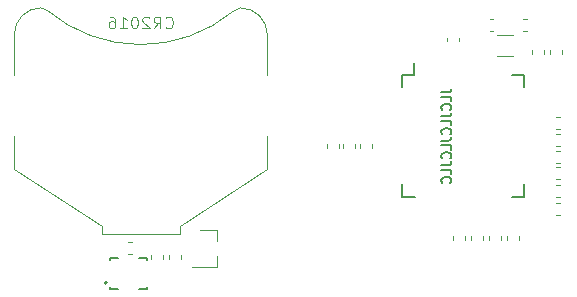
<source format=gbr>
G04 #@! TF.GenerationSoftware,KiCad,Pcbnew,5.0.2+dfsg1-1~bpo9+1*
G04 #@! TF.CreationDate,2019-04-13T13:24:29+03:00*
G04 #@! TF.ProjectId,kicad,6b696361-642e-46b6-9963-61645f706362,rev?*
G04 #@! TF.SameCoordinates,Original*
G04 #@! TF.FileFunction,Legend,Bot*
G04 #@! TF.FilePolarity,Positive*
%FSLAX46Y46*%
G04 Gerber Fmt 4.6, Leading zero omitted, Abs format (unit mm)*
G04 Created by KiCad (PCBNEW 5.0.2+dfsg1-1~bpo9+1) date Sat 13 Apr 2019 01:24:29 PM MSK*
%MOMM*%
%LPD*%
G01*
G04 APERTURE LIST*
%ADD10C,0.152400*%
%ADD11C,0.100000*%
%ADD12C,0.120000*%
%ADD13C,0.127000*%
%ADD14C,0.200000*%
%ADD15C,0.150000*%
%ADD16C,0.125000*%
%ADD17R,5.181600X5.181600*%
%ADD18R,7.101600X8.101600*%
%ADD19C,0.976600*%
%ADD20R,1.001600X0.901600*%
%ADD21C,1.801600*%
%ADD22R,0.630800X0.400800*%
%ADD23R,0.400800X0.630800*%
%ADD24R,1.101600X1.901600*%
%ADD25R,1.050800X0.300800*%
%ADD26R,0.300800X1.050800*%
G04 APERTURE END LIST*
D10*
X172265476Y-92062761D02*
X172858333Y-92062761D01*
X172976904Y-92024666D01*
X173055952Y-91948476D01*
X173095476Y-91834190D01*
X173095476Y-91758000D01*
X173095476Y-92824666D02*
X173095476Y-92443714D01*
X172265476Y-92443714D01*
X173016428Y-93548476D02*
X173055952Y-93510380D01*
X173095476Y-93396095D01*
X173095476Y-93319904D01*
X173055952Y-93205619D01*
X172976904Y-93129428D01*
X172897857Y-93091333D01*
X172739761Y-93053238D01*
X172621190Y-93053238D01*
X172463095Y-93091333D01*
X172384047Y-93129428D01*
X172305000Y-93205619D01*
X172265476Y-93319904D01*
X172265476Y-93396095D01*
X172305000Y-93510380D01*
X172344523Y-93548476D01*
X172265476Y-94119904D02*
X172858333Y-94119904D01*
X172976904Y-94081809D01*
X173055952Y-94005619D01*
X173095476Y-93891333D01*
X173095476Y-93815142D01*
X173095476Y-94881809D02*
X173095476Y-94500857D01*
X172265476Y-94500857D01*
X173016428Y-95605619D02*
X173055952Y-95567523D01*
X173095476Y-95453238D01*
X173095476Y-95377047D01*
X173055952Y-95262761D01*
X172976904Y-95186571D01*
X172897857Y-95148476D01*
X172739761Y-95110380D01*
X172621190Y-95110380D01*
X172463095Y-95148476D01*
X172384047Y-95186571D01*
X172305000Y-95262761D01*
X172265476Y-95377047D01*
X172265476Y-95453238D01*
X172305000Y-95567523D01*
X172344523Y-95605619D01*
X172265476Y-96177047D02*
X172858333Y-96177047D01*
X172976904Y-96138952D01*
X173055952Y-96062761D01*
X173095476Y-95948476D01*
X173095476Y-95872285D01*
X173095476Y-96938952D02*
X173095476Y-96558000D01*
X172265476Y-96558000D01*
X173016428Y-97662761D02*
X173055952Y-97624666D01*
X173095476Y-97510380D01*
X173095476Y-97434190D01*
X173055952Y-97319904D01*
X172976904Y-97243714D01*
X172897857Y-97205619D01*
X172739761Y-97167523D01*
X172621190Y-97167523D01*
X172463095Y-97205619D01*
X172384047Y-97243714D01*
X172305000Y-97319904D01*
X172265476Y-97434190D01*
X172265476Y-97510380D01*
X172305000Y-97624666D01*
X172344523Y-97662761D01*
X172265476Y-98234190D02*
X172858333Y-98234190D01*
X172976904Y-98196095D01*
X173055952Y-98119904D01*
X173095476Y-98005619D01*
X173095476Y-97929428D01*
X173095476Y-98996095D02*
X173095476Y-98615142D01*
X172265476Y-98615142D01*
X173016428Y-99719904D02*
X173055952Y-99681809D01*
X173095476Y-99567523D01*
X173095476Y-99491333D01*
X173055952Y-99377047D01*
X172976904Y-99300857D01*
X172897857Y-99262761D01*
X172739761Y-99224666D01*
X172621190Y-99224666D01*
X172463095Y-99262761D01*
X172384047Y-99300857D01*
X172305000Y-99377047D01*
X172265476Y-99491333D01*
X172265476Y-99567523D01*
X172305000Y-99681809D01*
X172344523Y-99719904D01*
D11*
G04 #@! TO.C,BT1*
X154679036Y-85186274D02*
G75*
G02X138853667Y-85109667I-7867036J9468274D01*
G01*
X154710540Y-85158207D02*
G75*
G02X155270333Y-84926333I559793J-559793D01*
G01*
X138913460Y-85158207D02*
G75*
G03X138353667Y-84926333I-559793J-559793D01*
G01*
X136103667Y-87176333D02*
G75*
G02X138353667Y-84926333I2250000J0D01*
G01*
X157520333Y-87176333D02*
G75*
G03X155270333Y-84926333I-2250000J0D01*
G01*
X157520333Y-90634667D02*
X157520333Y-87134667D01*
X136103667Y-90634667D02*
X136103667Y-87134667D01*
X157520333Y-98551333D02*
X157520333Y-95801333D01*
X150103667Y-103426333D02*
X157520333Y-98551333D01*
X150103667Y-104093000D02*
X150103667Y-103426333D01*
X143520333Y-104093000D02*
X150103667Y-104093000D01*
X143520333Y-104093000D02*
X143520333Y-103426333D01*
X143520333Y-103426333D02*
X136103667Y-98551333D01*
X136103667Y-98551333D02*
X136103667Y-95801333D01*
D12*
G04 #@! TO.C,C1_1*
X173226000Y-104256721D02*
X173226000Y-104582279D01*
X174246000Y-104256721D02*
X174246000Y-104582279D01*
G04 #@! TO.C,R3*
X180977000Y-88834279D02*
X180977000Y-88508721D01*
X179957000Y-88834279D02*
X179957000Y-88508721D01*
G04 #@! TO.C,FB1*
X181980721Y-102491000D02*
X182306279Y-102491000D01*
X181980721Y-101471000D02*
X182306279Y-101471000D01*
G04 #@! TO.C,Q1*
X153287000Y-103703000D02*
X153287000Y-104633000D01*
X153287000Y-106863000D02*
X153287000Y-105933000D01*
X153287000Y-106863000D02*
X151127000Y-106863000D01*
X153287000Y-103703000D02*
X151827000Y-103703000D01*
G04 #@! TO.C,C16*
X179186721Y-86870000D02*
X179512279Y-86870000D01*
X179186721Y-85850000D02*
X179512279Y-85850000D01*
G04 #@! TO.C,C15*
X176341721Y-85850000D02*
X176667279Y-85850000D01*
X176341721Y-86870000D02*
X176667279Y-86870000D01*
G04 #@! TO.C,C14*
X150243000Y-106182279D02*
X150243000Y-105856721D01*
X149223000Y-106182279D02*
X149223000Y-105856721D01*
G04 #@! TO.C,C2*
X172718000Y-87767279D02*
X172718000Y-87441721D01*
X173738000Y-87767279D02*
X173738000Y-87441721D01*
D13*
G04 #@! TO.C,U2*
X144234400Y-106141600D02*
X144884400Y-106141600D01*
X144234400Y-106291600D02*
X144234400Y-106141600D01*
X147334400Y-106141600D02*
X146684400Y-106141600D01*
X147334400Y-106291600D02*
X147334400Y-106141600D01*
X147334400Y-108741600D02*
X147334400Y-108591600D01*
X146684400Y-108741600D02*
X147334400Y-108741600D01*
X144234400Y-108741600D02*
X144234400Y-108591600D01*
X144884400Y-108741600D02*
X144234400Y-108741600D01*
D14*
X143934400Y-108191600D02*
G75*
G03X143934400Y-108191600I-100000J0D01*
G01*
D12*
G04 #@! TO.C,R2*
X181481000Y-88834279D02*
X181481000Y-88508721D01*
X182501000Y-88834279D02*
X182501000Y-88508721D01*
G04 #@! TO.C,C13*
X147699000Y-106182279D02*
X147699000Y-105856721D01*
X148719000Y-106182279D02*
X148719000Y-105856721D01*
G04 #@! TO.C,C12*
X145734721Y-104773000D02*
X146060279Y-104773000D01*
X145734721Y-105793000D02*
X146060279Y-105793000D01*
G04 #@! TO.C,C10*
X178818000Y-104256721D02*
X178818000Y-104582279D01*
X177798000Y-104256721D02*
X177798000Y-104582279D01*
G04 #@! TO.C,C9*
X177294000Y-104256721D02*
X177294000Y-104582279D01*
X176274000Y-104256721D02*
X176274000Y-104582279D01*
G04 #@! TO.C,C8*
X181980721Y-98423000D02*
X182306279Y-98423000D01*
X181980721Y-99443000D02*
X182306279Y-99443000D01*
G04 #@! TO.C,C7*
X181980721Y-94193900D02*
X182306279Y-94193900D01*
X181980721Y-95213900D02*
X182306279Y-95213900D01*
G04 #@! TO.C,C6*
X181980721Y-98046000D02*
X182306279Y-98046000D01*
X181980721Y-97026000D02*
X182306279Y-97026000D01*
G04 #@! TO.C,C5*
X163955000Y-96809779D02*
X163955000Y-96484221D01*
X164975000Y-96809779D02*
X164975000Y-96484221D01*
G04 #@! TO.C,C4*
X165352000Y-96809779D02*
X165352000Y-96484221D01*
X166372000Y-96809779D02*
X166372000Y-96484221D01*
G04 #@! TO.C,C3*
X181980721Y-95629000D02*
X182306279Y-95629000D01*
X181980721Y-96649000D02*
X182306279Y-96649000D01*
G04 #@! TO.C,C1*
X175770000Y-104256721D02*
X175770000Y-104582279D01*
X174750000Y-104256721D02*
X174750000Y-104582279D01*
G04 #@! TO.C,Y1*
X176998000Y-89013000D02*
X178348000Y-89013000D01*
X176998000Y-87263000D02*
X178348000Y-87263000D01*
D15*
G04 #@! TO.C,U1*
X169932080Y-90582560D02*
X169932080Y-89557560D01*
X168932080Y-100932560D02*
X168932080Y-99857560D01*
X179282080Y-100932560D02*
X179282080Y-99857560D01*
X179282080Y-90582560D02*
X179282080Y-91657560D01*
X168932080Y-90582560D02*
X168932080Y-91657560D01*
X179282080Y-90582560D02*
X178207080Y-90582560D01*
X179282080Y-100932560D02*
X178207080Y-100932560D01*
X168932080Y-100932560D02*
X170007080Y-100932560D01*
X168932080Y-90582560D02*
X169932080Y-90582560D01*
D12*
G04 #@! TO.C,R1*
X181980721Y-99947000D02*
X182306279Y-99947000D01*
X181980721Y-100967000D02*
X182306279Y-100967000D01*
G04 #@! TO.C,C11*
X162558000Y-96809779D02*
X162558000Y-96484221D01*
X163578000Y-96809779D02*
X163578000Y-96484221D01*
G04 #@! TO.C,BT1*
D16*
X148907238Y-86575142D02*
X148954857Y-86622761D01*
X149097714Y-86670380D01*
X149192952Y-86670380D01*
X149335809Y-86622761D01*
X149431047Y-86527523D01*
X149478666Y-86432285D01*
X149526285Y-86241809D01*
X149526285Y-86098952D01*
X149478666Y-85908476D01*
X149431047Y-85813238D01*
X149335809Y-85718000D01*
X149192952Y-85670380D01*
X149097714Y-85670380D01*
X148954857Y-85718000D01*
X148907238Y-85765619D01*
X147907238Y-86670380D02*
X148240571Y-86194190D01*
X148478666Y-86670380D02*
X148478666Y-85670380D01*
X148097714Y-85670380D01*
X148002476Y-85718000D01*
X147954857Y-85765619D01*
X147907238Y-85860857D01*
X147907238Y-86003714D01*
X147954857Y-86098952D01*
X148002476Y-86146571D01*
X148097714Y-86194190D01*
X148478666Y-86194190D01*
X147526285Y-85765619D02*
X147478666Y-85718000D01*
X147383428Y-85670380D01*
X147145333Y-85670380D01*
X147050095Y-85718000D01*
X147002476Y-85765619D01*
X146954857Y-85860857D01*
X146954857Y-85956095D01*
X147002476Y-86098952D01*
X147573904Y-86670380D01*
X146954857Y-86670380D01*
X146335809Y-85670380D02*
X146240571Y-85670380D01*
X146145333Y-85718000D01*
X146097714Y-85765619D01*
X146050095Y-85860857D01*
X146002476Y-86051333D01*
X146002476Y-86289428D01*
X146050095Y-86479904D01*
X146097714Y-86575142D01*
X146145333Y-86622761D01*
X146240571Y-86670380D01*
X146335809Y-86670380D01*
X146431047Y-86622761D01*
X146478666Y-86575142D01*
X146526285Y-86479904D01*
X146573904Y-86289428D01*
X146573904Y-86051333D01*
X146526285Y-85860857D01*
X146478666Y-85765619D01*
X146431047Y-85718000D01*
X146335809Y-85670380D01*
X145050095Y-86670380D02*
X145621523Y-86670380D01*
X145335809Y-86670380D02*
X145335809Y-85670380D01*
X145431047Y-85813238D01*
X145526285Y-85908476D01*
X145621523Y-85956095D01*
X144192952Y-85670380D02*
X144383428Y-85670380D01*
X144478666Y-85718000D01*
X144526285Y-85765619D01*
X144621523Y-85908476D01*
X144669142Y-86098952D01*
X144669142Y-86479904D01*
X144621523Y-86575142D01*
X144573904Y-86622761D01*
X144478666Y-86670380D01*
X144288190Y-86670380D01*
X144192952Y-86622761D01*
X144145333Y-86575142D01*
X144097714Y-86479904D01*
X144097714Y-86241809D01*
X144145333Y-86146571D01*
X144192952Y-86098952D01*
X144288190Y-86051333D01*
X144478666Y-86051333D01*
X144573904Y-86098952D01*
X144621523Y-86146571D01*
X144669142Y-86241809D01*
G04 #@! TD*
%LPC*%
D11*
G36*
X144907000Y-106807000D02*
X146685000Y-106807000D01*
X146685000Y-108077000D01*
X144907000Y-108077000D01*
X144907000Y-106807000D01*
G37*
D17*
G04 #@! TO.C,BT1*
X133962000Y-93218000D03*
X159662000Y-93218000D03*
D18*
X146812000Y-93218000D03*
G04 #@! TD*
D11*
G04 #@! TO.C,C1_1*
G36*
X174041581Y-103144876D02*
X174065281Y-103148391D01*
X174088523Y-103154213D01*
X174111082Y-103162285D01*
X174132742Y-103172529D01*
X174153292Y-103184847D01*
X174172537Y-103199119D01*
X174190290Y-103215210D01*
X174206381Y-103232963D01*
X174220653Y-103252208D01*
X174232971Y-103272758D01*
X174243215Y-103294418D01*
X174251287Y-103316977D01*
X174257109Y-103340219D01*
X174260624Y-103363919D01*
X174261800Y-103387850D01*
X174261800Y-103876150D01*
X174260624Y-103900081D01*
X174257109Y-103923781D01*
X174251287Y-103947023D01*
X174243215Y-103969582D01*
X174232971Y-103991242D01*
X174220653Y-104011792D01*
X174206381Y-104031037D01*
X174190290Y-104048790D01*
X174172537Y-104064881D01*
X174153292Y-104079153D01*
X174132742Y-104091471D01*
X174111082Y-104101715D01*
X174088523Y-104109787D01*
X174065281Y-104115609D01*
X174041581Y-104119124D01*
X174017650Y-104120300D01*
X173454350Y-104120300D01*
X173430419Y-104119124D01*
X173406719Y-104115609D01*
X173383477Y-104109787D01*
X173360918Y-104101715D01*
X173339258Y-104091471D01*
X173318708Y-104079153D01*
X173299463Y-104064881D01*
X173281710Y-104048790D01*
X173265619Y-104031037D01*
X173251347Y-104011792D01*
X173239029Y-103991242D01*
X173228785Y-103969582D01*
X173220713Y-103947023D01*
X173214891Y-103923781D01*
X173211376Y-103900081D01*
X173210200Y-103876150D01*
X173210200Y-103387850D01*
X173211376Y-103363919D01*
X173214891Y-103340219D01*
X173220713Y-103316977D01*
X173228785Y-103294418D01*
X173239029Y-103272758D01*
X173251347Y-103252208D01*
X173265619Y-103232963D01*
X173281710Y-103215210D01*
X173299463Y-103199119D01*
X173318708Y-103184847D01*
X173339258Y-103172529D01*
X173360918Y-103162285D01*
X173383477Y-103154213D01*
X173406719Y-103148391D01*
X173430419Y-103144876D01*
X173454350Y-103143700D01*
X174017650Y-103143700D01*
X174041581Y-103144876D01*
X174041581Y-103144876D01*
G37*
D19*
X173736000Y-103632000D03*
D11*
G36*
X174041581Y-104719876D02*
X174065281Y-104723391D01*
X174088523Y-104729213D01*
X174111082Y-104737285D01*
X174132742Y-104747529D01*
X174153292Y-104759847D01*
X174172537Y-104774119D01*
X174190290Y-104790210D01*
X174206381Y-104807963D01*
X174220653Y-104827208D01*
X174232971Y-104847758D01*
X174243215Y-104869418D01*
X174251287Y-104891977D01*
X174257109Y-104915219D01*
X174260624Y-104938919D01*
X174261800Y-104962850D01*
X174261800Y-105451150D01*
X174260624Y-105475081D01*
X174257109Y-105498781D01*
X174251287Y-105522023D01*
X174243215Y-105544582D01*
X174232971Y-105566242D01*
X174220653Y-105586792D01*
X174206381Y-105606037D01*
X174190290Y-105623790D01*
X174172537Y-105639881D01*
X174153292Y-105654153D01*
X174132742Y-105666471D01*
X174111082Y-105676715D01*
X174088523Y-105684787D01*
X174065281Y-105690609D01*
X174041581Y-105694124D01*
X174017650Y-105695300D01*
X173454350Y-105695300D01*
X173430419Y-105694124D01*
X173406719Y-105690609D01*
X173383477Y-105684787D01*
X173360918Y-105676715D01*
X173339258Y-105666471D01*
X173318708Y-105654153D01*
X173299463Y-105639881D01*
X173281710Y-105623790D01*
X173265619Y-105606037D01*
X173251347Y-105586792D01*
X173239029Y-105566242D01*
X173228785Y-105544582D01*
X173220713Y-105522023D01*
X173214891Y-105498781D01*
X173211376Y-105475081D01*
X173210200Y-105451150D01*
X173210200Y-104962850D01*
X173211376Y-104938919D01*
X173214891Y-104915219D01*
X173220713Y-104891977D01*
X173228785Y-104869418D01*
X173239029Y-104847758D01*
X173251347Y-104827208D01*
X173265619Y-104807963D01*
X173281710Y-104790210D01*
X173299463Y-104774119D01*
X173318708Y-104759847D01*
X173339258Y-104747529D01*
X173360918Y-104737285D01*
X173383477Y-104729213D01*
X173406719Y-104723391D01*
X173430419Y-104719876D01*
X173454350Y-104718700D01*
X174017650Y-104718700D01*
X174041581Y-104719876D01*
X174041581Y-104719876D01*
G37*
D19*
X173736000Y-105207000D03*
G04 #@! TD*
D11*
G04 #@! TO.C,R3*
G36*
X180772581Y-88971876D02*
X180796281Y-88975391D01*
X180819523Y-88981213D01*
X180842082Y-88989285D01*
X180863742Y-88999529D01*
X180884292Y-89011847D01*
X180903537Y-89026119D01*
X180921290Y-89042210D01*
X180937381Y-89059963D01*
X180951653Y-89079208D01*
X180963971Y-89099758D01*
X180974215Y-89121418D01*
X180982287Y-89143977D01*
X180988109Y-89167219D01*
X180991624Y-89190919D01*
X180992800Y-89214850D01*
X180992800Y-89703150D01*
X180991624Y-89727081D01*
X180988109Y-89750781D01*
X180982287Y-89774023D01*
X180974215Y-89796582D01*
X180963971Y-89818242D01*
X180951653Y-89838792D01*
X180937381Y-89858037D01*
X180921290Y-89875790D01*
X180903537Y-89891881D01*
X180884292Y-89906153D01*
X180863742Y-89918471D01*
X180842082Y-89928715D01*
X180819523Y-89936787D01*
X180796281Y-89942609D01*
X180772581Y-89946124D01*
X180748650Y-89947300D01*
X180185350Y-89947300D01*
X180161419Y-89946124D01*
X180137719Y-89942609D01*
X180114477Y-89936787D01*
X180091918Y-89928715D01*
X180070258Y-89918471D01*
X180049708Y-89906153D01*
X180030463Y-89891881D01*
X180012710Y-89875790D01*
X179996619Y-89858037D01*
X179982347Y-89838792D01*
X179970029Y-89818242D01*
X179959785Y-89796582D01*
X179951713Y-89774023D01*
X179945891Y-89750781D01*
X179942376Y-89727081D01*
X179941200Y-89703150D01*
X179941200Y-89214850D01*
X179942376Y-89190919D01*
X179945891Y-89167219D01*
X179951713Y-89143977D01*
X179959785Y-89121418D01*
X179970029Y-89099758D01*
X179982347Y-89079208D01*
X179996619Y-89059963D01*
X180012710Y-89042210D01*
X180030463Y-89026119D01*
X180049708Y-89011847D01*
X180070258Y-88999529D01*
X180091918Y-88989285D01*
X180114477Y-88981213D01*
X180137719Y-88975391D01*
X180161419Y-88971876D01*
X180185350Y-88970700D01*
X180748650Y-88970700D01*
X180772581Y-88971876D01*
X180772581Y-88971876D01*
G37*
D19*
X180467000Y-89459000D03*
D11*
G36*
X180772581Y-87396876D02*
X180796281Y-87400391D01*
X180819523Y-87406213D01*
X180842082Y-87414285D01*
X180863742Y-87424529D01*
X180884292Y-87436847D01*
X180903537Y-87451119D01*
X180921290Y-87467210D01*
X180937381Y-87484963D01*
X180951653Y-87504208D01*
X180963971Y-87524758D01*
X180974215Y-87546418D01*
X180982287Y-87568977D01*
X180988109Y-87592219D01*
X180991624Y-87615919D01*
X180992800Y-87639850D01*
X180992800Y-88128150D01*
X180991624Y-88152081D01*
X180988109Y-88175781D01*
X180982287Y-88199023D01*
X180974215Y-88221582D01*
X180963971Y-88243242D01*
X180951653Y-88263792D01*
X180937381Y-88283037D01*
X180921290Y-88300790D01*
X180903537Y-88316881D01*
X180884292Y-88331153D01*
X180863742Y-88343471D01*
X180842082Y-88353715D01*
X180819523Y-88361787D01*
X180796281Y-88367609D01*
X180772581Y-88371124D01*
X180748650Y-88372300D01*
X180185350Y-88372300D01*
X180161419Y-88371124D01*
X180137719Y-88367609D01*
X180114477Y-88361787D01*
X180091918Y-88353715D01*
X180070258Y-88343471D01*
X180049708Y-88331153D01*
X180030463Y-88316881D01*
X180012710Y-88300790D01*
X179996619Y-88283037D01*
X179982347Y-88263792D01*
X179970029Y-88243242D01*
X179959785Y-88221582D01*
X179951713Y-88199023D01*
X179945891Y-88175781D01*
X179942376Y-88152081D01*
X179941200Y-88128150D01*
X179941200Y-87639850D01*
X179942376Y-87615919D01*
X179945891Y-87592219D01*
X179951713Y-87568977D01*
X179959785Y-87546418D01*
X179970029Y-87524758D01*
X179982347Y-87504208D01*
X179996619Y-87484963D01*
X180012710Y-87467210D01*
X180030463Y-87451119D01*
X180049708Y-87436847D01*
X180070258Y-87424529D01*
X180091918Y-87414285D01*
X180114477Y-87406213D01*
X180137719Y-87400391D01*
X180161419Y-87396876D01*
X180185350Y-87395700D01*
X180748650Y-87395700D01*
X180772581Y-87396876D01*
X180772581Y-87396876D01*
G37*
D19*
X180467000Y-87884000D03*
G04 #@! TD*
D11*
G04 #@! TO.C,FB1*
G36*
X181624081Y-101456376D02*
X181647781Y-101459891D01*
X181671023Y-101465713D01*
X181693582Y-101473785D01*
X181715242Y-101484029D01*
X181735792Y-101496347D01*
X181755037Y-101510619D01*
X181772790Y-101526710D01*
X181788881Y-101544463D01*
X181803153Y-101563708D01*
X181815471Y-101584258D01*
X181825715Y-101605918D01*
X181833787Y-101628477D01*
X181839609Y-101651719D01*
X181843124Y-101675419D01*
X181844300Y-101699350D01*
X181844300Y-102262650D01*
X181843124Y-102286581D01*
X181839609Y-102310281D01*
X181833787Y-102333523D01*
X181825715Y-102356082D01*
X181815471Y-102377742D01*
X181803153Y-102398292D01*
X181788881Y-102417537D01*
X181772790Y-102435290D01*
X181755037Y-102451381D01*
X181735792Y-102465653D01*
X181715242Y-102477971D01*
X181693582Y-102488215D01*
X181671023Y-102496287D01*
X181647781Y-102502109D01*
X181624081Y-102505624D01*
X181600150Y-102506800D01*
X181111850Y-102506800D01*
X181087919Y-102505624D01*
X181064219Y-102502109D01*
X181040977Y-102496287D01*
X181018418Y-102488215D01*
X180996758Y-102477971D01*
X180976208Y-102465653D01*
X180956963Y-102451381D01*
X180939210Y-102435290D01*
X180923119Y-102417537D01*
X180908847Y-102398292D01*
X180896529Y-102377742D01*
X180886285Y-102356082D01*
X180878213Y-102333523D01*
X180872391Y-102310281D01*
X180868876Y-102286581D01*
X180867700Y-102262650D01*
X180867700Y-101699350D01*
X180868876Y-101675419D01*
X180872391Y-101651719D01*
X180878213Y-101628477D01*
X180886285Y-101605918D01*
X180896529Y-101584258D01*
X180908847Y-101563708D01*
X180923119Y-101544463D01*
X180939210Y-101526710D01*
X180956963Y-101510619D01*
X180976208Y-101496347D01*
X180996758Y-101484029D01*
X181018418Y-101473785D01*
X181040977Y-101465713D01*
X181064219Y-101459891D01*
X181087919Y-101456376D01*
X181111850Y-101455200D01*
X181600150Y-101455200D01*
X181624081Y-101456376D01*
X181624081Y-101456376D01*
G37*
D19*
X181356000Y-101981000D03*
D11*
G36*
X183199081Y-101456376D02*
X183222781Y-101459891D01*
X183246023Y-101465713D01*
X183268582Y-101473785D01*
X183290242Y-101484029D01*
X183310792Y-101496347D01*
X183330037Y-101510619D01*
X183347790Y-101526710D01*
X183363881Y-101544463D01*
X183378153Y-101563708D01*
X183390471Y-101584258D01*
X183400715Y-101605918D01*
X183408787Y-101628477D01*
X183414609Y-101651719D01*
X183418124Y-101675419D01*
X183419300Y-101699350D01*
X183419300Y-102262650D01*
X183418124Y-102286581D01*
X183414609Y-102310281D01*
X183408787Y-102333523D01*
X183400715Y-102356082D01*
X183390471Y-102377742D01*
X183378153Y-102398292D01*
X183363881Y-102417537D01*
X183347790Y-102435290D01*
X183330037Y-102451381D01*
X183310792Y-102465653D01*
X183290242Y-102477971D01*
X183268582Y-102488215D01*
X183246023Y-102496287D01*
X183222781Y-102502109D01*
X183199081Y-102505624D01*
X183175150Y-102506800D01*
X182686850Y-102506800D01*
X182662919Y-102505624D01*
X182639219Y-102502109D01*
X182615977Y-102496287D01*
X182593418Y-102488215D01*
X182571758Y-102477971D01*
X182551208Y-102465653D01*
X182531963Y-102451381D01*
X182514210Y-102435290D01*
X182498119Y-102417537D01*
X182483847Y-102398292D01*
X182471529Y-102377742D01*
X182461285Y-102356082D01*
X182453213Y-102333523D01*
X182447391Y-102310281D01*
X182443876Y-102286581D01*
X182442700Y-102262650D01*
X182442700Y-101699350D01*
X182443876Y-101675419D01*
X182447391Y-101651719D01*
X182453213Y-101628477D01*
X182461285Y-101605918D01*
X182471529Y-101584258D01*
X182483847Y-101563708D01*
X182498119Y-101544463D01*
X182514210Y-101526710D01*
X182531963Y-101510619D01*
X182551208Y-101496347D01*
X182571758Y-101484029D01*
X182593418Y-101473785D01*
X182615977Y-101465713D01*
X182639219Y-101459891D01*
X182662919Y-101456376D01*
X182686850Y-101455200D01*
X183175150Y-101455200D01*
X183199081Y-101456376D01*
X183199081Y-101456376D01*
G37*
D19*
X182931000Y-101981000D03*
G04 #@! TD*
D20*
G04 #@! TO.C,Q1*
X151527000Y-106233000D03*
X151527000Y-104333000D03*
X153527000Y-105283000D03*
G04 #@! TD*
D11*
G04 #@! TO.C,C16*
G36*
X178830081Y-85835376D02*
X178853781Y-85838891D01*
X178877023Y-85844713D01*
X178899582Y-85852785D01*
X178921242Y-85863029D01*
X178941792Y-85875347D01*
X178961037Y-85889619D01*
X178978790Y-85905710D01*
X178994881Y-85923463D01*
X179009153Y-85942708D01*
X179021471Y-85963258D01*
X179031715Y-85984918D01*
X179039787Y-86007477D01*
X179045609Y-86030719D01*
X179049124Y-86054419D01*
X179050300Y-86078350D01*
X179050300Y-86641650D01*
X179049124Y-86665581D01*
X179045609Y-86689281D01*
X179039787Y-86712523D01*
X179031715Y-86735082D01*
X179021471Y-86756742D01*
X179009153Y-86777292D01*
X178994881Y-86796537D01*
X178978790Y-86814290D01*
X178961037Y-86830381D01*
X178941792Y-86844653D01*
X178921242Y-86856971D01*
X178899582Y-86867215D01*
X178877023Y-86875287D01*
X178853781Y-86881109D01*
X178830081Y-86884624D01*
X178806150Y-86885800D01*
X178317850Y-86885800D01*
X178293919Y-86884624D01*
X178270219Y-86881109D01*
X178246977Y-86875287D01*
X178224418Y-86867215D01*
X178202758Y-86856971D01*
X178182208Y-86844653D01*
X178162963Y-86830381D01*
X178145210Y-86814290D01*
X178129119Y-86796537D01*
X178114847Y-86777292D01*
X178102529Y-86756742D01*
X178092285Y-86735082D01*
X178084213Y-86712523D01*
X178078391Y-86689281D01*
X178074876Y-86665581D01*
X178073700Y-86641650D01*
X178073700Y-86078350D01*
X178074876Y-86054419D01*
X178078391Y-86030719D01*
X178084213Y-86007477D01*
X178092285Y-85984918D01*
X178102529Y-85963258D01*
X178114847Y-85942708D01*
X178129119Y-85923463D01*
X178145210Y-85905710D01*
X178162963Y-85889619D01*
X178182208Y-85875347D01*
X178202758Y-85863029D01*
X178224418Y-85852785D01*
X178246977Y-85844713D01*
X178270219Y-85838891D01*
X178293919Y-85835376D01*
X178317850Y-85834200D01*
X178806150Y-85834200D01*
X178830081Y-85835376D01*
X178830081Y-85835376D01*
G37*
D19*
X178562000Y-86360000D03*
D11*
G36*
X180405081Y-85835376D02*
X180428781Y-85838891D01*
X180452023Y-85844713D01*
X180474582Y-85852785D01*
X180496242Y-85863029D01*
X180516792Y-85875347D01*
X180536037Y-85889619D01*
X180553790Y-85905710D01*
X180569881Y-85923463D01*
X180584153Y-85942708D01*
X180596471Y-85963258D01*
X180606715Y-85984918D01*
X180614787Y-86007477D01*
X180620609Y-86030719D01*
X180624124Y-86054419D01*
X180625300Y-86078350D01*
X180625300Y-86641650D01*
X180624124Y-86665581D01*
X180620609Y-86689281D01*
X180614787Y-86712523D01*
X180606715Y-86735082D01*
X180596471Y-86756742D01*
X180584153Y-86777292D01*
X180569881Y-86796537D01*
X180553790Y-86814290D01*
X180536037Y-86830381D01*
X180516792Y-86844653D01*
X180496242Y-86856971D01*
X180474582Y-86867215D01*
X180452023Y-86875287D01*
X180428781Y-86881109D01*
X180405081Y-86884624D01*
X180381150Y-86885800D01*
X179892850Y-86885800D01*
X179868919Y-86884624D01*
X179845219Y-86881109D01*
X179821977Y-86875287D01*
X179799418Y-86867215D01*
X179777758Y-86856971D01*
X179757208Y-86844653D01*
X179737963Y-86830381D01*
X179720210Y-86814290D01*
X179704119Y-86796537D01*
X179689847Y-86777292D01*
X179677529Y-86756742D01*
X179667285Y-86735082D01*
X179659213Y-86712523D01*
X179653391Y-86689281D01*
X179649876Y-86665581D01*
X179648700Y-86641650D01*
X179648700Y-86078350D01*
X179649876Y-86054419D01*
X179653391Y-86030719D01*
X179659213Y-86007477D01*
X179667285Y-85984918D01*
X179677529Y-85963258D01*
X179689847Y-85942708D01*
X179704119Y-85923463D01*
X179720210Y-85905710D01*
X179737963Y-85889619D01*
X179757208Y-85875347D01*
X179777758Y-85863029D01*
X179799418Y-85852785D01*
X179821977Y-85844713D01*
X179845219Y-85838891D01*
X179868919Y-85835376D01*
X179892850Y-85834200D01*
X180381150Y-85834200D01*
X180405081Y-85835376D01*
X180405081Y-85835376D01*
G37*
D19*
X180137000Y-86360000D03*
G04 #@! TD*
D11*
G04 #@! TO.C,C15*
G36*
X177560081Y-85835376D02*
X177583781Y-85838891D01*
X177607023Y-85844713D01*
X177629582Y-85852785D01*
X177651242Y-85863029D01*
X177671792Y-85875347D01*
X177691037Y-85889619D01*
X177708790Y-85905710D01*
X177724881Y-85923463D01*
X177739153Y-85942708D01*
X177751471Y-85963258D01*
X177761715Y-85984918D01*
X177769787Y-86007477D01*
X177775609Y-86030719D01*
X177779124Y-86054419D01*
X177780300Y-86078350D01*
X177780300Y-86641650D01*
X177779124Y-86665581D01*
X177775609Y-86689281D01*
X177769787Y-86712523D01*
X177761715Y-86735082D01*
X177751471Y-86756742D01*
X177739153Y-86777292D01*
X177724881Y-86796537D01*
X177708790Y-86814290D01*
X177691037Y-86830381D01*
X177671792Y-86844653D01*
X177651242Y-86856971D01*
X177629582Y-86867215D01*
X177607023Y-86875287D01*
X177583781Y-86881109D01*
X177560081Y-86884624D01*
X177536150Y-86885800D01*
X177047850Y-86885800D01*
X177023919Y-86884624D01*
X177000219Y-86881109D01*
X176976977Y-86875287D01*
X176954418Y-86867215D01*
X176932758Y-86856971D01*
X176912208Y-86844653D01*
X176892963Y-86830381D01*
X176875210Y-86814290D01*
X176859119Y-86796537D01*
X176844847Y-86777292D01*
X176832529Y-86756742D01*
X176822285Y-86735082D01*
X176814213Y-86712523D01*
X176808391Y-86689281D01*
X176804876Y-86665581D01*
X176803700Y-86641650D01*
X176803700Y-86078350D01*
X176804876Y-86054419D01*
X176808391Y-86030719D01*
X176814213Y-86007477D01*
X176822285Y-85984918D01*
X176832529Y-85963258D01*
X176844847Y-85942708D01*
X176859119Y-85923463D01*
X176875210Y-85905710D01*
X176892963Y-85889619D01*
X176912208Y-85875347D01*
X176932758Y-85863029D01*
X176954418Y-85852785D01*
X176976977Y-85844713D01*
X177000219Y-85838891D01*
X177023919Y-85835376D01*
X177047850Y-85834200D01*
X177536150Y-85834200D01*
X177560081Y-85835376D01*
X177560081Y-85835376D01*
G37*
D19*
X177292000Y-86360000D03*
D11*
G36*
X175985081Y-85835376D02*
X176008781Y-85838891D01*
X176032023Y-85844713D01*
X176054582Y-85852785D01*
X176076242Y-85863029D01*
X176096792Y-85875347D01*
X176116037Y-85889619D01*
X176133790Y-85905710D01*
X176149881Y-85923463D01*
X176164153Y-85942708D01*
X176176471Y-85963258D01*
X176186715Y-85984918D01*
X176194787Y-86007477D01*
X176200609Y-86030719D01*
X176204124Y-86054419D01*
X176205300Y-86078350D01*
X176205300Y-86641650D01*
X176204124Y-86665581D01*
X176200609Y-86689281D01*
X176194787Y-86712523D01*
X176186715Y-86735082D01*
X176176471Y-86756742D01*
X176164153Y-86777292D01*
X176149881Y-86796537D01*
X176133790Y-86814290D01*
X176116037Y-86830381D01*
X176096792Y-86844653D01*
X176076242Y-86856971D01*
X176054582Y-86867215D01*
X176032023Y-86875287D01*
X176008781Y-86881109D01*
X175985081Y-86884624D01*
X175961150Y-86885800D01*
X175472850Y-86885800D01*
X175448919Y-86884624D01*
X175425219Y-86881109D01*
X175401977Y-86875287D01*
X175379418Y-86867215D01*
X175357758Y-86856971D01*
X175337208Y-86844653D01*
X175317963Y-86830381D01*
X175300210Y-86814290D01*
X175284119Y-86796537D01*
X175269847Y-86777292D01*
X175257529Y-86756742D01*
X175247285Y-86735082D01*
X175239213Y-86712523D01*
X175233391Y-86689281D01*
X175229876Y-86665581D01*
X175228700Y-86641650D01*
X175228700Y-86078350D01*
X175229876Y-86054419D01*
X175233391Y-86030719D01*
X175239213Y-86007477D01*
X175247285Y-85984918D01*
X175257529Y-85963258D01*
X175269847Y-85942708D01*
X175284119Y-85923463D01*
X175300210Y-85905710D01*
X175317963Y-85889619D01*
X175337208Y-85875347D01*
X175357758Y-85863029D01*
X175379418Y-85852785D01*
X175401977Y-85844713D01*
X175425219Y-85838891D01*
X175448919Y-85835376D01*
X175472850Y-85834200D01*
X175961150Y-85834200D01*
X175985081Y-85835376D01*
X175985081Y-85835376D01*
G37*
D19*
X175717000Y-86360000D03*
G04 #@! TD*
D11*
G04 #@! TO.C,C14*
G36*
X150038581Y-106319876D02*
X150062281Y-106323391D01*
X150085523Y-106329213D01*
X150108082Y-106337285D01*
X150129742Y-106347529D01*
X150150292Y-106359847D01*
X150169537Y-106374119D01*
X150187290Y-106390210D01*
X150203381Y-106407963D01*
X150217653Y-106427208D01*
X150229971Y-106447758D01*
X150240215Y-106469418D01*
X150248287Y-106491977D01*
X150254109Y-106515219D01*
X150257624Y-106538919D01*
X150258800Y-106562850D01*
X150258800Y-107051150D01*
X150257624Y-107075081D01*
X150254109Y-107098781D01*
X150248287Y-107122023D01*
X150240215Y-107144582D01*
X150229971Y-107166242D01*
X150217653Y-107186792D01*
X150203381Y-107206037D01*
X150187290Y-107223790D01*
X150169537Y-107239881D01*
X150150292Y-107254153D01*
X150129742Y-107266471D01*
X150108082Y-107276715D01*
X150085523Y-107284787D01*
X150062281Y-107290609D01*
X150038581Y-107294124D01*
X150014650Y-107295300D01*
X149451350Y-107295300D01*
X149427419Y-107294124D01*
X149403719Y-107290609D01*
X149380477Y-107284787D01*
X149357918Y-107276715D01*
X149336258Y-107266471D01*
X149315708Y-107254153D01*
X149296463Y-107239881D01*
X149278710Y-107223790D01*
X149262619Y-107206037D01*
X149248347Y-107186792D01*
X149236029Y-107166242D01*
X149225785Y-107144582D01*
X149217713Y-107122023D01*
X149211891Y-107098781D01*
X149208376Y-107075081D01*
X149207200Y-107051150D01*
X149207200Y-106562850D01*
X149208376Y-106538919D01*
X149211891Y-106515219D01*
X149217713Y-106491977D01*
X149225785Y-106469418D01*
X149236029Y-106447758D01*
X149248347Y-106427208D01*
X149262619Y-106407963D01*
X149278710Y-106390210D01*
X149296463Y-106374119D01*
X149315708Y-106359847D01*
X149336258Y-106347529D01*
X149357918Y-106337285D01*
X149380477Y-106329213D01*
X149403719Y-106323391D01*
X149427419Y-106319876D01*
X149451350Y-106318700D01*
X150014650Y-106318700D01*
X150038581Y-106319876D01*
X150038581Y-106319876D01*
G37*
D19*
X149733000Y-106807000D03*
D11*
G36*
X150038581Y-104744876D02*
X150062281Y-104748391D01*
X150085523Y-104754213D01*
X150108082Y-104762285D01*
X150129742Y-104772529D01*
X150150292Y-104784847D01*
X150169537Y-104799119D01*
X150187290Y-104815210D01*
X150203381Y-104832963D01*
X150217653Y-104852208D01*
X150229971Y-104872758D01*
X150240215Y-104894418D01*
X150248287Y-104916977D01*
X150254109Y-104940219D01*
X150257624Y-104963919D01*
X150258800Y-104987850D01*
X150258800Y-105476150D01*
X150257624Y-105500081D01*
X150254109Y-105523781D01*
X150248287Y-105547023D01*
X150240215Y-105569582D01*
X150229971Y-105591242D01*
X150217653Y-105611792D01*
X150203381Y-105631037D01*
X150187290Y-105648790D01*
X150169537Y-105664881D01*
X150150292Y-105679153D01*
X150129742Y-105691471D01*
X150108082Y-105701715D01*
X150085523Y-105709787D01*
X150062281Y-105715609D01*
X150038581Y-105719124D01*
X150014650Y-105720300D01*
X149451350Y-105720300D01*
X149427419Y-105719124D01*
X149403719Y-105715609D01*
X149380477Y-105709787D01*
X149357918Y-105701715D01*
X149336258Y-105691471D01*
X149315708Y-105679153D01*
X149296463Y-105664881D01*
X149278710Y-105648790D01*
X149262619Y-105631037D01*
X149248347Y-105611792D01*
X149236029Y-105591242D01*
X149225785Y-105569582D01*
X149217713Y-105547023D01*
X149211891Y-105523781D01*
X149208376Y-105500081D01*
X149207200Y-105476150D01*
X149207200Y-104987850D01*
X149208376Y-104963919D01*
X149211891Y-104940219D01*
X149217713Y-104916977D01*
X149225785Y-104894418D01*
X149236029Y-104872758D01*
X149248347Y-104852208D01*
X149262619Y-104832963D01*
X149278710Y-104815210D01*
X149296463Y-104799119D01*
X149315708Y-104784847D01*
X149336258Y-104772529D01*
X149357918Y-104762285D01*
X149380477Y-104754213D01*
X149403719Y-104748391D01*
X149427419Y-104744876D01*
X149451350Y-104743700D01*
X150014650Y-104743700D01*
X150038581Y-104744876D01*
X150038581Y-104744876D01*
G37*
D19*
X149733000Y-105232000D03*
G04 #@! TD*
D11*
G04 #@! TO.C,C2*
G36*
X173533581Y-86329876D02*
X173557281Y-86333391D01*
X173580523Y-86339213D01*
X173603082Y-86347285D01*
X173624742Y-86357529D01*
X173645292Y-86369847D01*
X173664537Y-86384119D01*
X173682290Y-86400210D01*
X173698381Y-86417963D01*
X173712653Y-86437208D01*
X173724971Y-86457758D01*
X173735215Y-86479418D01*
X173743287Y-86501977D01*
X173749109Y-86525219D01*
X173752624Y-86548919D01*
X173753800Y-86572850D01*
X173753800Y-87061150D01*
X173752624Y-87085081D01*
X173749109Y-87108781D01*
X173743287Y-87132023D01*
X173735215Y-87154582D01*
X173724971Y-87176242D01*
X173712653Y-87196792D01*
X173698381Y-87216037D01*
X173682290Y-87233790D01*
X173664537Y-87249881D01*
X173645292Y-87264153D01*
X173624742Y-87276471D01*
X173603082Y-87286715D01*
X173580523Y-87294787D01*
X173557281Y-87300609D01*
X173533581Y-87304124D01*
X173509650Y-87305300D01*
X172946350Y-87305300D01*
X172922419Y-87304124D01*
X172898719Y-87300609D01*
X172875477Y-87294787D01*
X172852918Y-87286715D01*
X172831258Y-87276471D01*
X172810708Y-87264153D01*
X172791463Y-87249881D01*
X172773710Y-87233790D01*
X172757619Y-87216037D01*
X172743347Y-87196792D01*
X172731029Y-87176242D01*
X172720785Y-87154582D01*
X172712713Y-87132023D01*
X172706891Y-87108781D01*
X172703376Y-87085081D01*
X172702200Y-87061150D01*
X172702200Y-86572850D01*
X172703376Y-86548919D01*
X172706891Y-86525219D01*
X172712713Y-86501977D01*
X172720785Y-86479418D01*
X172731029Y-86457758D01*
X172743347Y-86437208D01*
X172757619Y-86417963D01*
X172773710Y-86400210D01*
X172791463Y-86384119D01*
X172810708Y-86369847D01*
X172831258Y-86357529D01*
X172852918Y-86347285D01*
X172875477Y-86339213D01*
X172898719Y-86333391D01*
X172922419Y-86329876D01*
X172946350Y-86328700D01*
X173509650Y-86328700D01*
X173533581Y-86329876D01*
X173533581Y-86329876D01*
G37*
D19*
X173228000Y-86817000D03*
D11*
G36*
X173533581Y-87904876D02*
X173557281Y-87908391D01*
X173580523Y-87914213D01*
X173603082Y-87922285D01*
X173624742Y-87932529D01*
X173645292Y-87944847D01*
X173664537Y-87959119D01*
X173682290Y-87975210D01*
X173698381Y-87992963D01*
X173712653Y-88012208D01*
X173724971Y-88032758D01*
X173735215Y-88054418D01*
X173743287Y-88076977D01*
X173749109Y-88100219D01*
X173752624Y-88123919D01*
X173753800Y-88147850D01*
X173753800Y-88636150D01*
X173752624Y-88660081D01*
X173749109Y-88683781D01*
X173743287Y-88707023D01*
X173735215Y-88729582D01*
X173724971Y-88751242D01*
X173712653Y-88771792D01*
X173698381Y-88791037D01*
X173682290Y-88808790D01*
X173664537Y-88824881D01*
X173645292Y-88839153D01*
X173624742Y-88851471D01*
X173603082Y-88861715D01*
X173580523Y-88869787D01*
X173557281Y-88875609D01*
X173533581Y-88879124D01*
X173509650Y-88880300D01*
X172946350Y-88880300D01*
X172922419Y-88879124D01*
X172898719Y-88875609D01*
X172875477Y-88869787D01*
X172852918Y-88861715D01*
X172831258Y-88851471D01*
X172810708Y-88839153D01*
X172791463Y-88824881D01*
X172773710Y-88808790D01*
X172757619Y-88791037D01*
X172743347Y-88771792D01*
X172731029Y-88751242D01*
X172720785Y-88729582D01*
X172712713Y-88707023D01*
X172706891Y-88683781D01*
X172703376Y-88660081D01*
X172702200Y-88636150D01*
X172702200Y-88147850D01*
X172703376Y-88123919D01*
X172706891Y-88100219D01*
X172712713Y-88076977D01*
X172720785Y-88054418D01*
X172731029Y-88032758D01*
X172743347Y-88012208D01*
X172757619Y-87992963D01*
X172773710Y-87975210D01*
X172791463Y-87959119D01*
X172810708Y-87944847D01*
X172831258Y-87932529D01*
X172852918Y-87922285D01*
X172875477Y-87914213D01*
X172898719Y-87908391D01*
X172922419Y-87904876D01*
X172946350Y-87903700D01*
X173509650Y-87903700D01*
X173533581Y-87904876D01*
X173533581Y-87904876D01*
G37*
D19*
X173228000Y-88392000D03*
G04 #@! TD*
D21*
G04 #@! TO.C,J1*
X183007000Y-81788000D03*
X180467000Y-84328000D03*
X180467000Y-81788000D03*
X177927000Y-84328000D03*
X177927000Y-81788000D03*
X188087000Y-84328000D03*
X188087000Y-81788000D03*
X185547000Y-84328000D03*
X185547000Y-81788000D03*
X183007000Y-84328000D03*
G04 #@! TD*
D22*
G04 #@! TO.C,U2*
X144609400Y-106691600D03*
X144609400Y-107191600D03*
X144609400Y-107691600D03*
X144609400Y-108191600D03*
D23*
X146284400Y-106516600D03*
X145784400Y-106516600D03*
X145284400Y-106516600D03*
D22*
X146959400Y-106691600D03*
X146959400Y-107191600D03*
X146959400Y-107691600D03*
X146959400Y-108191600D03*
D23*
X146284400Y-108366600D03*
X145784400Y-108366600D03*
X145284400Y-108366600D03*
G04 #@! TD*
D11*
G04 #@! TO.C,R2*
G36*
X182296581Y-87396876D02*
X182320281Y-87400391D01*
X182343523Y-87406213D01*
X182366082Y-87414285D01*
X182387742Y-87424529D01*
X182408292Y-87436847D01*
X182427537Y-87451119D01*
X182445290Y-87467210D01*
X182461381Y-87484963D01*
X182475653Y-87504208D01*
X182487971Y-87524758D01*
X182498215Y-87546418D01*
X182506287Y-87568977D01*
X182512109Y-87592219D01*
X182515624Y-87615919D01*
X182516800Y-87639850D01*
X182516800Y-88128150D01*
X182515624Y-88152081D01*
X182512109Y-88175781D01*
X182506287Y-88199023D01*
X182498215Y-88221582D01*
X182487971Y-88243242D01*
X182475653Y-88263792D01*
X182461381Y-88283037D01*
X182445290Y-88300790D01*
X182427537Y-88316881D01*
X182408292Y-88331153D01*
X182387742Y-88343471D01*
X182366082Y-88353715D01*
X182343523Y-88361787D01*
X182320281Y-88367609D01*
X182296581Y-88371124D01*
X182272650Y-88372300D01*
X181709350Y-88372300D01*
X181685419Y-88371124D01*
X181661719Y-88367609D01*
X181638477Y-88361787D01*
X181615918Y-88353715D01*
X181594258Y-88343471D01*
X181573708Y-88331153D01*
X181554463Y-88316881D01*
X181536710Y-88300790D01*
X181520619Y-88283037D01*
X181506347Y-88263792D01*
X181494029Y-88243242D01*
X181483785Y-88221582D01*
X181475713Y-88199023D01*
X181469891Y-88175781D01*
X181466376Y-88152081D01*
X181465200Y-88128150D01*
X181465200Y-87639850D01*
X181466376Y-87615919D01*
X181469891Y-87592219D01*
X181475713Y-87568977D01*
X181483785Y-87546418D01*
X181494029Y-87524758D01*
X181506347Y-87504208D01*
X181520619Y-87484963D01*
X181536710Y-87467210D01*
X181554463Y-87451119D01*
X181573708Y-87436847D01*
X181594258Y-87424529D01*
X181615918Y-87414285D01*
X181638477Y-87406213D01*
X181661719Y-87400391D01*
X181685419Y-87396876D01*
X181709350Y-87395700D01*
X182272650Y-87395700D01*
X182296581Y-87396876D01*
X182296581Y-87396876D01*
G37*
D19*
X181991000Y-87884000D03*
D11*
G36*
X182296581Y-88971876D02*
X182320281Y-88975391D01*
X182343523Y-88981213D01*
X182366082Y-88989285D01*
X182387742Y-88999529D01*
X182408292Y-89011847D01*
X182427537Y-89026119D01*
X182445290Y-89042210D01*
X182461381Y-89059963D01*
X182475653Y-89079208D01*
X182487971Y-89099758D01*
X182498215Y-89121418D01*
X182506287Y-89143977D01*
X182512109Y-89167219D01*
X182515624Y-89190919D01*
X182516800Y-89214850D01*
X182516800Y-89703150D01*
X182515624Y-89727081D01*
X182512109Y-89750781D01*
X182506287Y-89774023D01*
X182498215Y-89796582D01*
X182487971Y-89818242D01*
X182475653Y-89838792D01*
X182461381Y-89858037D01*
X182445290Y-89875790D01*
X182427537Y-89891881D01*
X182408292Y-89906153D01*
X182387742Y-89918471D01*
X182366082Y-89928715D01*
X182343523Y-89936787D01*
X182320281Y-89942609D01*
X182296581Y-89946124D01*
X182272650Y-89947300D01*
X181709350Y-89947300D01*
X181685419Y-89946124D01*
X181661719Y-89942609D01*
X181638477Y-89936787D01*
X181615918Y-89928715D01*
X181594258Y-89918471D01*
X181573708Y-89906153D01*
X181554463Y-89891881D01*
X181536710Y-89875790D01*
X181520619Y-89858037D01*
X181506347Y-89838792D01*
X181494029Y-89818242D01*
X181483785Y-89796582D01*
X181475713Y-89774023D01*
X181469891Y-89750781D01*
X181466376Y-89727081D01*
X181465200Y-89703150D01*
X181465200Y-89214850D01*
X181466376Y-89190919D01*
X181469891Y-89167219D01*
X181475713Y-89143977D01*
X181483785Y-89121418D01*
X181494029Y-89099758D01*
X181506347Y-89079208D01*
X181520619Y-89059963D01*
X181536710Y-89042210D01*
X181554463Y-89026119D01*
X181573708Y-89011847D01*
X181594258Y-88999529D01*
X181615918Y-88989285D01*
X181638477Y-88981213D01*
X181661719Y-88975391D01*
X181685419Y-88971876D01*
X181709350Y-88970700D01*
X182272650Y-88970700D01*
X182296581Y-88971876D01*
X182296581Y-88971876D01*
G37*
D19*
X181991000Y-89459000D03*
G04 #@! TD*
D11*
G04 #@! TO.C,C13*
G36*
X148514581Y-104744876D02*
X148538281Y-104748391D01*
X148561523Y-104754213D01*
X148584082Y-104762285D01*
X148605742Y-104772529D01*
X148626292Y-104784847D01*
X148645537Y-104799119D01*
X148663290Y-104815210D01*
X148679381Y-104832963D01*
X148693653Y-104852208D01*
X148705971Y-104872758D01*
X148716215Y-104894418D01*
X148724287Y-104916977D01*
X148730109Y-104940219D01*
X148733624Y-104963919D01*
X148734800Y-104987850D01*
X148734800Y-105476150D01*
X148733624Y-105500081D01*
X148730109Y-105523781D01*
X148724287Y-105547023D01*
X148716215Y-105569582D01*
X148705971Y-105591242D01*
X148693653Y-105611792D01*
X148679381Y-105631037D01*
X148663290Y-105648790D01*
X148645537Y-105664881D01*
X148626292Y-105679153D01*
X148605742Y-105691471D01*
X148584082Y-105701715D01*
X148561523Y-105709787D01*
X148538281Y-105715609D01*
X148514581Y-105719124D01*
X148490650Y-105720300D01*
X147927350Y-105720300D01*
X147903419Y-105719124D01*
X147879719Y-105715609D01*
X147856477Y-105709787D01*
X147833918Y-105701715D01*
X147812258Y-105691471D01*
X147791708Y-105679153D01*
X147772463Y-105664881D01*
X147754710Y-105648790D01*
X147738619Y-105631037D01*
X147724347Y-105611792D01*
X147712029Y-105591242D01*
X147701785Y-105569582D01*
X147693713Y-105547023D01*
X147687891Y-105523781D01*
X147684376Y-105500081D01*
X147683200Y-105476150D01*
X147683200Y-104987850D01*
X147684376Y-104963919D01*
X147687891Y-104940219D01*
X147693713Y-104916977D01*
X147701785Y-104894418D01*
X147712029Y-104872758D01*
X147724347Y-104852208D01*
X147738619Y-104832963D01*
X147754710Y-104815210D01*
X147772463Y-104799119D01*
X147791708Y-104784847D01*
X147812258Y-104772529D01*
X147833918Y-104762285D01*
X147856477Y-104754213D01*
X147879719Y-104748391D01*
X147903419Y-104744876D01*
X147927350Y-104743700D01*
X148490650Y-104743700D01*
X148514581Y-104744876D01*
X148514581Y-104744876D01*
G37*
D19*
X148209000Y-105232000D03*
D11*
G36*
X148514581Y-106319876D02*
X148538281Y-106323391D01*
X148561523Y-106329213D01*
X148584082Y-106337285D01*
X148605742Y-106347529D01*
X148626292Y-106359847D01*
X148645537Y-106374119D01*
X148663290Y-106390210D01*
X148679381Y-106407963D01*
X148693653Y-106427208D01*
X148705971Y-106447758D01*
X148716215Y-106469418D01*
X148724287Y-106491977D01*
X148730109Y-106515219D01*
X148733624Y-106538919D01*
X148734800Y-106562850D01*
X148734800Y-107051150D01*
X148733624Y-107075081D01*
X148730109Y-107098781D01*
X148724287Y-107122023D01*
X148716215Y-107144582D01*
X148705971Y-107166242D01*
X148693653Y-107186792D01*
X148679381Y-107206037D01*
X148663290Y-107223790D01*
X148645537Y-107239881D01*
X148626292Y-107254153D01*
X148605742Y-107266471D01*
X148584082Y-107276715D01*
X148561523Y-107284787D01*
X148538281Y-107290609D01*
X148514581Y-107294124D01*
X148490650Y-107295300D01*
X147927350Y-107295300D01*
X147903419Y-107294124D01*
X147879719Y-107290609D01*
X147856477Y-107284787D01*
X147833918Y-107276715D01*
X147812258Y-107266471D01*
X147791708Y-107254153D01*
X147772463Y-107239881D01*
X147754710Y-107223790D01*
X147738619Y-107206037D01*
X147724347Y-107186792D01*
X147712029Y-107166242D01*
X147701785Y-107144582D01*
X147693713Y-107122023D01*
X147687891Y-107098781D01*
X147684376Y-107075081D01*
X147683200Y-107051150D01*
X147683200Y-106562850D01*
X147684376Y-106538919D01*
X147687891Y-106515219D01*
X147693713Y-106491977D01*
X147701785Y-106469418D01*
X147712029Y-106447758D01*
X147724347Y-106427208D01*
X147738619Y-106407963D01*
X147754710Y-106390210D01*
X147772463Y-106374119D01*
X147791708Y-106359847D01*
X147812258Y-106347529D01*
X147833918Y-106337285D01*
X147856477Y-106329213D01*
X147879719Y-106323391D01*
X147903419Y-106319876D01*
X147927350Y-106318700D01*
X148490650Y-106318700D01*
X148514581Y-106319876D01*
X148514581Y-106319876D01*
G37*
D19*
X148209000Y-106807000D03*
G04 #@! TD*
D11*
G04 #@! TO.C,C12*
G36*
X146953081Y-104758376D02*
X146976781Y-104761891D01*
X147000023Y-104767713D01*
X147022582Y-104775785D01*
X147044242Y-104786029D01*
X147064792Y-104798347D01*
X147084037Y-104812619D01*
X147101790Y-104828710D01*
X147117881Y-104846463D01*
X147132153Y-104865708D01*
X147144471Y-104886258D01*
X147154715Y-104907918D01*
X147162787Y-104930477D01*
X147168609Y-104953719D01*
X147172124Y-104977419D01*
X147173300Y-105001350D01*
X147173300Y-105564650D01*
X147172124Y-105588581D01*
X147168609Y-105612281D01*
X147162787Y-105635523D01*
X147154715Y-105658082D01*
X147144471Y-105679742D01*
X147132153Y-105700292D01*
X147117881Y-105719537D01*
X147101790Y-105737290D01*
X147084037Y-105753381D01*
X147064792Y-105767653D01*
X147044242Y-105779971D01*
X147022582Y-105790215D01*
X147000023Y-105798287D01*
X146976781Y-105804109D01*
X146953081Y-105807624D01*
X146929150Y-105808800D01*
X146440850Y-105808800D01*
X146416919Y-105807624D01*
X146393219Y-105804109D01*
X146369977Y-105798287D01*
X146347418Y-105790215D01*
X146325758Y-105779971D01*
X146305208Y-105767653D01*
X146285963Y-105753381D01*
X146268210Y-105737290D01*
X146252119Y-105719537D01*
X146237847Y-105700292D01*
X146225529Y-105679742D01*
X146215285Y-105658082D01*
X146207213Y-105635523D01*
X146201391Y-105612281D01*
X146197876Y-105588581D01*
X146196700Y-105564650D01*
X146196700Y-105001350D01*
X146197876Y-104977419D01*
X146201391Y-104953719D01*
X146207213Y-104930477D01*
X146215285Y-104907918D01*
X146225529Y-104886258D01*
X146237847Y-104865708D01*
X146252119Y-104846463D01*
X146268210Y-104828710D01*
X146285963Y-104812619D01*
X146305208Y-104798347D01*
X146325758Y-104786029D01*
X146347418Y-104775785D01*
X146369977Y-104767713D01*
X146393219Y-104761891D01*
X146416919Y-104758376D01*
X146440850Y-104757200D01*
X146929150Y-104757200D01*
X146953081Y-104758376D01*
X146953081Y-104758376D01*
G37*
D19*
X146685000Y-105283000D03*
D11*
G36*
X145378081Y-104758376D02*
X145401781Y-104761891D01*
X145425023Y-104767713D01*
X145447582Y-104775785D01*
X145469242Y-104786029D01*
X145489792Y-104798347D01*
X145509037Y-104812619D01*
X145526790Y-104828710D01*
X145542881Y-104846463D01*
X145557153Y-104865708D01*
X145569471Y-104886258D01*
X145579715Y-104907918D01*
X145587787Y-104930477D01*
X145593609Y-104953719D01*
X145597124Y-104977419D01*
X145598300Y-105001350D01*
X145598300Y-105564650D01*
X145597124Y-105588581D01*
X145593609Y-105612281D01*
X145587787Y-105635523D01*
X145579715Y-105658082D01*
X145569471Y-105679742D01*
X145557153Y-105700292D01*
X145542881Y-105719537D01*
X145526790Y-105737290D01*
X145509037Y-105753381D01*
X145489792Y-105767653D01*
X145469242Y-105779971D01*
X145447582Y-105790215D01*
X145425023Y-105798287D01*
X145401781Y-105804109D01*
X145378081Y-105807624D01*
X145354150Y-105808800D01*
X144865850Y-105808800D01*
X144841919Y-105807624D01*
X144818219Y-105804109D01*
X144794977Y-105798287D01*
X144772418Y-105790215D01*
X144750758Y-105779971D01*
X144730208Y-105767653D01*
X144710963Y-105753381D01*
X144693210Y-105737290D01*
X144677119Y-105719537D01*
X144662847Y-105700292D01*
X144650529Y-105679742D01*
X144640285Y-105658082D01*
X144632213Y-105635523D01*
X144626391Y-105612281D01*
X144622876Y-105588581D01*
X144621700Y-105564650D01*
X144621700Y-105001350D01*
X144622876Y-104977419D01*
X144626391Y-104953719D01*
X144632213Y-104930477D01*
X144640285Y-104907918D01*
X144650529Y-104886258D01*
X144662847Y-104865708D01*
X144677119Y-104846463D01*
X144693210Y-104828710D01*
X144710963Y-104812619D01*
X144730208Y-104798347D01*
X144750758Y-104786029D01*
X144772418Y-104775785D01*
X144794977Y-104767713D01*
X144818219Y-104761891D01*
X144841919Y-104758376D01*
X144865850Y-104757200D01*
X145354150Y-104757200D01*
X145378081Y-104758376D01*
X145378081Y-104758376D01*
G37*
D19*
X145110000Y-105283000D03*
G04 #@! TD*
D11*
G04 #@! TO.C,C10*
G36*
X178613581Y-104719876D02*
X178637281Y-104723391D01*
X178660523Y-104729213D01*
X178683082Y-104737285D01*
X178704742Y-104747529D01*
X178725292Y-104759847D01*
X178744537Y-104774119D01*
X178762290Y-104790210D01*
X178778381Y-104807963D01*
X178792653Y-104827208D01*
X178804971Y-104847758D01*
X178815215Y-104869418D01*
X178823287Y-104891977D01*
X178829109Y-104915219D01*
X178832624Y-104938919D01*
X178833800Y-104962850D01*
X178833800Y-105451150D01*
X178832624Y-105475081D01*
X178829109Y-105498781D01*
X178823287Y-105522023D01*
X178815215Y-105544582D01*
X178804971Y-105566242D01*
X178792653Y-105586792D01*
X178778381Y-105606037D01*
X178762290Y-105623790D01*
X178744537Y-105639881D01*
X178725292Y-105654153D01*
X178704742Y-105666471D01*
X178683082Y-105676715D01*
X178660523Y-105684787D01*
X178637281Y-105690609D01*
X178613581Y-105694124D01*
X178589650Y-105695300D01*
X178026350Y-105695300D01*
X178002419Y-105694124D01*
X177978719Y-105690609D01*
X177955477Y-105684787D01*
X177932918Y-105676715D01*
X177911258Y-105666471D01*
X177890708Y-105654153D01*
X177871463Y-105639881D01*
X177853710Y-105623790D01*
X177837619Y-105606037D01*
X177823347Y-105586792D01*
X177811029Y-105566242D01*
X177800785Y-105544582D01*
X177792713Y-105522023D01*
X177786891Y-105498781D01*
X177783376Y-105475081D01*
X177782200Y-105451150D01*
X177782200Y-104962850D01*
X177783376Y-104938919D01*
X177786891Y-104915219D01*
X177792713Y-104891977D01*
X177800785Y-104869418D01*
X177811029Y-104847758D01*
X177823347Y-104827208D01*
X177837619Y-104807963D01*
X177853710Y-104790210D01*
X177871463Y-104774119D01*
X177890708Y-104759847D01*
X177911258Y-104747529D01*
X177932918Y-104737285D01*
X177955477Y-104729213D01*
X177978719Y-104723391D01*
X178002419Y-104719876D01*
X178026350Y-104718700D01*
X178589650Y-104718700D01*
X178613581Y-104719876D01*
X178613581Y-104719876D01*
G37*
D19*
X178308000Y-105207000D03*
D11*
G36*
X178613581Y-103144876D02*
X178637281Y-103148391D01*
X178660523Y-103154213D01*
X178683082Y-103162285D01*
X178704742Y-103172529D01*
X178725292Y-103184847D01*
X178744537Y-103199119D01*
X178762290Y-103215210D01*
X178778381Y-103232963D01*
X178792653Y-103252208D01*
X178804971Y-103272758D01*
X178815215Y-103294418D01*
X178823287Y-103316977D01*
X178829109Y-103340219D01*
X178832624Y-103363919D01*
X178833800Y-103387850D01*
X178833800Y-103876150D01*
X178832624Y-103900081D01*
X178829109Y-103923781D01*
X178823287Y-103947023D01*
X178815215Y-103969582D01*
X178804971Y-103991242D01*
X178792653Y-104011792D01*
X178778381Y-104031037D01*
X178762290Y-104048790D01*
X178744537Y-104064881D01*
X178725292Y-104079153D01*
X178704742Y-104091471D01*
X178683082Y-104101715D01*
X178660523Y-104109787D01*
X178637281Y-104115609D01*
X178613581Y-104119124D01*
X178589650Y-104120300D01*
X178026350Y-104120300D01*
X178002419Y-104119124D01*
X177978719Y-104115609D01*
X177955477Y-104109787D01*
X177932918Y-104101715D01*
X177911258Y-104091471D01*
X177890708Y-104079153D01*
X177871463Y-104064881D01*
X177853710Y-104048790D01*
X177837619Y-104031037D01*
X177823347Y-104011792D01*
X177811029Y-103991242D01*
X177800785Y-103969582D01*
X177792713Y-103947023D01*
X177786891Y-103923781D01*
X177783376Y-103900081D01*
X177782200Y-103876150D01*
X177782200Y-103387850D01*
X177783376Y-103363919D01*
X177786891Y-103340219D01*
X177792713Y-103316977D01*
X177800785Y-103294418D01*
X177811029Y-103272758D01*
X177823347Y-103252208D01*
X177837619Y-103232963D01*
X177853710Y-103215210D01*
X177871463Y-103199119D01*
X177890708Y-103184847D01*
X177911258Y-103172529D01*
X177932918Y-103162285D01*
X177955477Y-103154213D01*
X177978719Y-103148391D01*
X178002419Y-103144876D01*
X178026350Y-103143700D01*
X178589650Y-103143700D01*
X178613581Y-103144876D01*
X178613581Y-103144876D01*
G37*
D19*
X178308000Y-103632000D03*
G04 #@! TD*
D11*
G04 #@! TO.C,C9*
G36*
X177089581Y-104719876D02*
X177113281Y-104723391D01*
X177136523Y-104729213D01*
X177159082Y-104737285D01*
X177180742Y-104747529D01*
X177201292Y-104759847D01*
X177220537Y-104774119D01*
X177238290Y-104790210D01*
X177254381Y-104807963D01*
X177268653Y-104827208D01*
X177280971Y-104847758D01*
X177291215Y-104869418D01*
X177299287Y-104891977D01*
X177305109Y-104915219D01*
X177308624Y-104938919D01*
X177309800Y-104962850D01*
X177309800Y-105451150D01*
X177308624Y-105475081D01*
X177305109Y-105498781D01*
X177299287Y-105522023D01*
X177291215Y-105544582D01*
X177280971Y-105566242D01*
X177268653Y-105586792D01*
X177254381Y-105606037D01*
X177238290Y-105623790D01*
X177220537Y-105639881D01*
X177201292Y-105654153D01*
X177180742Y-105666471D01*
X177159082Y-105676715D01*
X177136523Y-105684787D01*
X177113281Y-105690609D01*
X177089581Y-105694124D01*
X177065650Y-105695300D01*
X176502350Y-105695300D01*
X176478419Y-105694124D01*
X176454719Y-105690609D01*
X176431477Y-105684787D01*
X176408918Y-105676715D01*
X176387258Y-105666471D01*
X176366708Y-105654153D01*
X176347463Y-105639881D01*
X176329710Y-105623790D01*
X176313619Y-105606037D01*
X176299347Y-105586792D01*
X176287029Y-105566242D01*
X176276785Y-105544582D01*
X176268713Y-105522023D01*
X176262891Y-105498781D01*
X176259376Y-105475081D01*
X176258200Y-105451150D01*
X176258200Y-104962850D01*
X176259376Y-104938919D01*
X176262891Y-104915219D01*
X176268713Y-104891977D01*
X176276785Y-104869418D01*
X176287029Y-104847758D01*
X176299347Y-104827208D01*
X176313619Y-104807963D01*
X176329710Y-104790210D01*
X176347463Y-104774119D01*
X176366708Y-104759847D01*
X176387258Y-104747529D01*
X176408918Y-104737285D01*
X176431477Y-104729213D01*
X176454719Y-104723391D01*
X176478419Y-104719876D01*
X176502350Y-104718700D01*
X177065650Y-104718700D01*
X177089581Y-104719876D01*
X177089581Y-104719876D01*
G37*
D19*
X176784000Y-105207000D03*
D11*
G36*
X177089581Y-103144876D02*
X177113281Y-103148391D01*
X177136523Y-103154213D01*
X177159082Y-103162285D01*
X177180742Y-103172529D01*
X177201292Y-103184847D01*
X177220537Y-103199119D01*
X177238290Y-103215210D01*
X177254381Y-103232963D01*
X177268653Y-103252208D01*
X177280971Y-103272758D01*
X177291215Y-103294418D01*
X177299287Y-103316977D01*
X177305109Y-103340219D01*
X177308624Y-103363919D01*
X177309800Y-103387850D01*
X177309800Y-103876150D01*
X177308624Y-103900081D01*
X177305109Y-103923781D01*
X177299287Y-103947023D01*
X177291215Y-103969582D01*
X177280971Y-103991242D01*
X177268653Y-104011792D01*
X177254381Y-104031037D01*
X177238290Y-104048790D01*
X177220537Y-104064881D01*
X177201292Y-104079153D01*
X177180742Y-104091471D01*
X177159082Y-104101715D01*
X177136523Y-104109787D01*
X177113281Y-104115609D01*
X177089581Y-104119124D01*
X177065650Y-104120300D01*
X176502350Y-104120300D01*
X176478419Y-104119124D01*
X176454719Y-104115609D01*
X176431477Y-104109787D01*
X176408918Y-104101715D01*
X176387258Y-104091471D01*
X176366708Y-104079153D01*
X176347463Y-104064881D01*
X176329710Y-104048790D01*
X176313619Y-104031037D01*
X176299347Y-104011792D01*
X176287029Y-103991242D01*
X176276785Y-103969582D01*
X176268713Y-103947023D01*
X176262891Y-103923781D01*
X176259376Y-103900081D01*
X176258200Y-103876150D01*
X176258200Y-103387850D01*
X176259376Y-103363919D01*
X176262891Y-103340219D01*
X176268713Y-103316977D01*
X176276785Y-103294418D01*
X176287029Y-103272758D01*
X176299347Y-103252208D01*
X176313619Y-103232963D01*
X176329710Y-103215210D01*
X176347463Y-103199119D01*
X176366708Y-103184847D01*
X176387258Y-103172529D01*
X176408918Y-103162285D01*
X176431477Y-103154213D01*
X176454719Y-103148391D01*
X176478419Y-103144876D01*
X176502350Y-103143700D01*
X177065650Y-103143700D01*
X177089581Y-103144876D01*
X177089581Y-103144876D01*
G37*
D19*
X176784000Y-103632000D03*
G04 #@! TD*
D11*
G04 #@! TO.C,C8*
G36*
X183199081Y-98408376D02*
X183222781Y-98411891D01*
X183246023Y-98417713D01*
X183268582Y-98425785D01*
X183290242Y-98436029D01*
X183310792Y-98448347D01*
X183330037Y-98462619D01*
X183347790Y-98478710D01*
X183363881Y-98496463D01*
X183378153Y-98515708D01*
X183390471Y-98536258D01*
X183400715Y-98557918D01*
X183408787Y-98580477D01*
X183414609Y-98603719D01*
X183418124Y-98627419D01*
X183419300Y-98651350D01*
X183419300Y-99214650D01*
X183418124Y-99238581D01*
X183414609Y-99262281D01*
X183408787Y-99285523D01*
X183400715Y-99308082D01*
X183390471Y-99329742D01*
X183378153Y-99350292D01*
X183363881Y-99369537D01*
X183347790Y-99387290D01*
X183330037Y-99403381D01*
X183310792Y-99417653D01*
X183290242Y-99429971D01*
X183268582Y-99440215D01*
X183246023Y-99448287D01*
X183222781Y-99454109D01*
X183199081Y-99457624D01*
X183175150Y-99458800D01*
X182686850Y-99458800D01*
X182662919Y-99457624D01*
X182639219Y-99454109D01*
X182615977Y-99448287D01*
X182593418Y-99440215D01*
X182571758Y-99429971D01*
X182551208Y-99417653D01*
X182531963Y-99403381D01*
X182514210Y-99387290D01*
X182498119Y-99369537D01*
X182483847Y-99350292D01*
X182471529Y-99329742D01*
X182461285Y-99308082D01*
X182453213Y-99285523D01*
X182447391Y-99262281D01*
X182443876Y-99238581D01*
X182442700Y-99214650D01*
X182442700Y-98651350D01*
X182443876Y-98627419D01*
X182447391Y-98603719D01*
X182453213Y-98580477D01*
X182461285Y-98557918D01*
X182471529Y-98536258D01*
X182483847Y-98515708D01*
X182498119Y-98496463D01*
X182514210Y-98478710D01*
X182531963Y-98462619D01*
X182551208Y-98448347D01*
X182571758Y-98436029D01*
X182593418Y-98425785D01*
X182615977Y-98417713D01*
X182639219Y-98411891D01*
X182662919Y-98408376D01*
X182686850Y-98407200D01*
X183175150Y-98407200D01*
X183199081Y-98408376D01*
X183199081Y-98408376D01*
G37*
D19*
X182931000Y-98933000D03*
D11*
G36*
X181624081Y-98408376D02*
X181647781Y-98411891D01*
X181671023Y-98417713D01*
X181693582Y-98425785D01*
X181715242Y-98436029D01*
X181735792Y-98448347D01*
X181755037Y-98462619D01*
X181772790Y-98478710D01*
X181788881Y-98496463D01*
X181803153Y-98515708D01*
X181815471Y-98536258D01*
X181825715Y-98557918D01*
X181833787Y-98580477D01*
X181839609Y-98603719D01*
X181843124Y-98627419D01*
X181844300Y-98651350D01*
X181844300Y-99214650D01*
X181843124Y-99238581D01*
X181839609Y-99262281D01*
X181833787Y-99285523D01*
X181825715Y-99308082D01*
X181815471Y-99329742D01*
X181803153Y-99350292D01*
X181788881Y-99369537D01*
X181772790Y-99387290D01*
X181755037Y-99403381D01*
X181735792Y-99417653D01*
X181715242Y-99429971D01*
X181693582Y-99440215D01*
X181671023Y-99448287D01*
X181647781Y-99454109D01*
X181624081Y-99457624D01*
X181600150Y-99458800D01*
X181111850Y-99458800D01*
X181087919Y-99457624D01*
X181064219Y-99454109D01*
X181040977Y-99448287D01*
X181018418Y-99440215D01*
X180996758Y-99429971D01*
X180976208Y-99417653D01*
X180956963Y-99403381D01*
X180939210Y-99387290D01*
X180923119Y-99369537D01*
X180908847Y-99350292D01*
X180896529Y-99329742D01*
X180886285Y-99308082D01*
X180878213Y-99285523D01*
X180872391Y-99262281D01*
X180868876Y-99238581D01*
X180867700Y-99214650D01*
X180867700Y-98651350D01*
X180868876Y-98627419D01*
X180872391Y-98603719D01*
X180878213Y-98580477D01*
X180886285Y-98557918D01*
X180896529Y-98536258D01*
X180908847Y-98515708D01*
X180923119Y-98496463D01*
X180939210Y-98478710D01*
X180956963Y-98462619D01*
X180976208Y-98448347D01*
X180996758Y-98436029D01*
X181018418Y-98425785D01*
X181040977Y-98417713D01*
X181064219Y-98411891D01*
X181087919Y-98408376D01*
X181111850Y-98407200D01*
X181600150Y-98407200D01*
X181624081Y-98408376D01*
X181624081Y-98408376D01*
G37*
D19*
X181356000Y-98933000D03*
G04 #@! TD*
D11*
G04 #@! TO.C,C7*
G36*
X183199081Y-94179276D02*
X183222781Y-94182791D01*
X183246023Y-94188613D01*
X183268582Y-94196685D01*
X183290242Y-94206929D01*
X183310792Y-94219247D01*
X183330037Y-94233519D01*
X183347790Y-94249610D01*
X183363881Y-94267363D01*
X183378153Y-94286608D01*
X183390471Y-94307158D01*
X183400715Y-94328818D01*
X183408787Y-94351377D01*
X183414609Y-94374619D01*
X183418124Y-94398319D01*
X183419300Y-94422250D01*
X183419300Y-94985550D01*
X183418124Y-95009481D01*
X183414609Y-95033181D01*
X183408787Y-95056423D01*
X183400715Y-95078982D01*
X183390471Y-95100642D01*
X183378153Y-95121192D01*
X183363881Y-95140437D01*
X183347790Y-95158190D01*
X183330037Y-95174281D01*
X183310792Y-95188553D01*
X183290242Y-95200871D01*
X183268582Y-95211115D01*
X183246023Y-95219187D01*
X183222781Y-95225009D01*
X183199081Y-95228524D01*
X183175150Y-95229700D01*
X182686850Y-95229700D01*
X182662919Y-95228524D01*
X182639219Y-95225009D01*
X182615977Y-95219187D01*
X182593418Y-95211115D01*
X182571758Y-95200871D01*
X182551208Y-95188553D01*
X182531963Y-95174281D01*
X182514210Y-95158190D01*
X182498119Y-95140437D01*
X182483847Y-95121192D01*
X182471529Y-95100642D01*
X182461285Y-95078982D01*
X182453213Y-95056423D01*
X182447391Y-95033181D01*
X182443876Y-95009481D01*
X182442700Y-94985550D01*
X182442700Y-94422250D01*
X182443876Y-94398319D01*
X182447391Y-94374619D01*
X182453213Y-94351377D01*
X182461285Y-94328818D01*
X182471529Y-94307158D01*
X182483847Y-94286608D01*
X182498119Y-94267363D01*
X182514210Y-94249610D01*
X182531963Y-94233519D01*
X182551208Y-94219247D01*
X182571758Y-94206929D01*
X182593418Y-94196685D01*
X182615977Y-94188613D01*
X182639219Y-94182791D01*
X182662919Y-94179276D01*
X182686850Y-94178100D01*
X183175150Y-94178100D01*
X183199081Y-94179276D01*
X183199081Y-94179276D01*
G37*
D19*
X182931000Y-94703900D03*
D11*
G36*
X181624081Y-94179276D02*
X181647781Y-94182791D01*
X181671023Y-94188613D01*
X181693582Y-94196685D01*
X181715242Y-94206929D01*
X181735792Y-94219247D01*
X181755037Y-94233519D01*
X181772790Y-94249610D01*
X181788881Y-94267363D01*
X181803153Y-94286608D01*
X181815471Y-94307158D01*
X181825715Y-94328818D01*
X181833787Y-94351377D01*
X181839609Y-94374619D01*
X181843124Y-94398319D01*
X181844300Y-94422250D01*
X181844300Y-94985550D01*
X181843124Y-95009481D01*
X181839609Y-95033181D01*
X181833787Y-95056423D01*
X181825715Y-95078982D01*
X181815471Y-95100642D01*
X181803153Y-95121192D01*
X181788881Y-95140437D01*
X181772790Y-95158190D01*
X181755037Y-95174281D01*
X181735792Y-95188553D01*
X181715242Y-95200871D01*
X181693582Y-95211115D01*
X181671023Y-95219187D01*
X181647781Y-95225009D01*
X181624081Y-95228524D01*
X181600150Y-95229700D01*
X181111850Y-95229700D01*
X181087919Y-95228524D01*
X181064219Y-95225009D01*
X181040977Y-95219187D01*
X181018418Y-95211115D01*
X180996758Y-95200871D01*
X180976208Y-95188553D01*
X180956963Y-95174281D01*
X180939210Y-95158190D01*
X180923119Y-95140437D01*
X180908847Y-95121192D01*
X180896529Y-95100642D01*
X180886285Y-95078982D01*
X180878213Y-95056423D01*
X180872391Y-95033181D01*
X180868876Y-95009481D01*
X180867700Y-94985550D01*
X180867700Y-94422250D01*
X180868876Y-94398319D01*
X180872391Y-94374619D01*
X180878213Y-94351377D01*
X180886285Y-94328818D01*
X180896529Y-94307158D01*
X180908847Y-94286608D01*
X180923119Y-94267363D01*
X180939210Y-94249610D01*
X180956963Y-94233519D01*
X180976208Y-94219247D01*
X180996758Y-94206929D01*
X181018418Y-94196685D01*
X181040977Y-94188613D01*
X181064219Y-94182791D01*
X181087919Y-94179276D01*
X181111850Y-94178100D01*
X181600150Y-94178100D01*
X181624081Y-94179276D01*
X181624081Y-94179276D01*
G37*
D19*
X181356000Y-94703900D03*
G04 #@! TD*
D11*
G04 #@! TO.C,C6*
G36*
X181624081Y-97011376D02*
X181647781Y-97014891D01*
X181671023Y-97020713D01*
X181693582Y-97028785D01*
X181715242Y-97039029D01*
X181735792Y-97051347D01*
X181755037Y-97065619D01*
X181772790Y-97081710D01*
X181788881Y-97099463D01*
X181803153Y-97118708D01*
X181815471Y-97139258D01*
X181825715Y-97160918D01*
X181833787Y-97183477D01*
X181839609Y-97206719D01*
X181843124Y-97230419D01*
X181844300Y-97254350D01*
X181844300Y-97817650D01*
X181843124Y-97841581D01*
X181839609Y-97865281D01*
X181833787Y-97888523D01*
X181825715Y-97911082D01*
X181815471Y-97932742D01*
X181803153Y-97953292D01*
X181788881Y-97972537D01*
X181772790Y-97990290D01*
X181755037Y-98006381D01*
X181735792Y-98020653D01*
X181715242Y-98032971D01*
X181693582Y-98043215D01*
X181671023Y-98051287D01*
X181647781Y-98057109D01*
X181624081Y-98060624D01*
X181600150Y-98061800D01*
X181111850Y-98061800D01*
X181087919Y-98060624D01*
X181064219Y-98057109D01*
X181040977Y-98051287D01*
X181018418Y-98043215D01*
X180996758Y-98032971D01*
X180976208Y-98020653D01*
X180956963Y-98006381D01*
X180939210Y-97990290D01*
X180923119Y-97972537D01*
X180908847Y-97953292D01*
X180896529Y-97932742D01*
X180886285Y-97911082D01*
X180878213Y-97888523D01*
X180872391Y-97865281D01*
X180868876Y-97841581D01*
X180867700Y-97817650D01*
X180867700Y-97254350D01*
X180868876Y-97230419D01*
X180872391Y-97206719D01*
X180878213Y-97183477D01*
X180886285Y-97160918D01*
X180896529Y-97139258D01*
X180908847Y-97118708D01*
X180923119Y-97099463D01*
X180939210Y-97081710D01*
X180956963Y-97065619D01*
X180976208Y-97051347D01*
X180996758Y-97039029D01*
X181018418Y-97028785D01*
X181040977Y-97020713D01*
X181064219Y-97014891D01*
X181087919Y-97011376D01*
X181111850Y-97010200D01*
X181600150Y-97010200D01*
X181624081Y-97011376D01*
X181624081Y-97011376D01*
G37*
D19*
X181356000Y-97536000D03*
D11*
G36*
X183199081Y-97011376D02*
X183222781Y-97014891D01*
X183246023Y-97020713D01*
X183268582Y-97028785D01*
X183290242Y-97039029D01*
X183310792Y-97051347D01*
X183330037Y-97065619D01*
X183347790Y-97081710D01*
X183363881Y-97099463D01*
X183378153Y-97118708D01*
X183390471Y-97139258D01*
X183400715Y-97160918D01*
X183408787Y-97183477D01*
X183414609Y-97206719D01*
X183418124Y-97230419D01*
X183419300Y-97254350D01*
X183419300Y-97817650D01*
X183418124Y-97841581D01*
X183414609Y-97865281D01*
X183408787Y-97888523D01*
X183400715Y-97911082D01*
X183390471Y-97932742D01*
X183378153Y-97953292D01*
X183363881Y-97972537D01*
X183347790Y-97990290D01*
X183330037Y-98006381D01*
X183310792Y-98020653D01*
X183290242Y-98032971D01*
X183268582Y-98043215D01*
X183246023Y-98051287D01*
X183222781Y-98057109D01*
X183199081Y-98060624D01*
X183175150Y-98061800D01*
X182686850Y-98061800D01*
X182662919Y-98060624D01*
X182639219Y-98057109D01*
X182615977Y-98051287D01*
X182593418Y-98043215D01*
X182571758Y-98032971D01*
X182551208Y-98020653D01*
X182531963Y-98006381D01*
X182514210Y-97990290D01*
X182498119Y-97972537D01*
X182483847Y-97953292D01*
X182471529Y-97932742D01*
X182461285Y-97911082D01*
X182453213Y-97888523D01*
X182447391Y-97865281D01*
X182443876Y-97841581D01*
X182442700Y-97817650D01*
X182442700Y-97254350D01*
X182443876Y-97230419D01*
X182447391Y-97206719D01*
X182453213Y-97183477D01*
X182461285Y-97160918D01*
X182471529Y-97139258D01*
X182483847Y-97118708D01*
X182498119Y-97099463D01*
X182514210Y-97081710D01*
X182531963Y-97065619D01*
X182551208Y-97051347D01*
X182571758Y-97039029D01*
X182593418Y-97028785D01*
X182615977Y-97020713D01*
X182639219Y-97014891D01*
X182662919Y-97011376D01*
X182686850Y-97010200D01*
X183175150Y-97010200D01*
X183199081Y-97011376D01*
X183199081Y-97011376D01*
G37*
D19*
X182931000Y-97536000D03*
G04 #@! TD*
D11*
G04 #@! TO.C,C5*
G36*
X164770581Y-95372376D02*
X164794281Y-95375891D01*
X164817523Y-95381713D01*
X164840082Y-95389785D01*
X164861742Y-95400029D01*
X164882292Y-95412347D01*
X164901537Y-95426619D01*
X164919290Y-95442710D01*
X164935381Y-95460463D01*
X164949653Y-95479708D01*
X164961971Y-95500258D01*
X164972215Y-95521918D01*
X164980287Y-95544477D01*
X164986109Y-95567719D01*
X164989624Y-95591419D01*
X164990800Y-95615350D01*
X164990800Y-96103650D01*
X164989624Y-96127581D01*
X164986109Y-96151281D01*
X164980287Y-96174523D01*
X164972215Y-96197082D01*
X164961971Y-96218742D01*
X164949653Y-96239292D01*
X164935381Y-96258537D01*
X164919290Y-96276290D01*
X164901537Y-96292381D01*
X164882292Y-96306653D01*
X164861742Y-96318971D01*
X164840082Y-96329215D01*
X164817523Y-96337287D01*
X164794281Y-96343109D01*
X164770581Y-96346624D01*
X164746650Y-96347800D01*
X164183350Y-96347800D01*
X164159419Y-96346624D01*
X164135719Y-96343109D01*
X164112477Y-96337287D01*
X164089918Y-96329215D01*
X164068258Y-96318971D01*
X164047708Y-96306653D01*
X164028463Y-96292381D01*
X164010710Y-96276290D01*
X163994619Y-96258537D01*
X163980347Y-96239292D01*
X163968029Y-96218742D01*
X163957785Y-96197082D01*
X163949713Y-96174523D01*
X163943891Y-96151281D01*
X163940376Y-96127581D01*
X163939200Y-96103650D01*
X163939200Y-95615350D01*
X163940376Y-95591419D01*
X163943891Y-95567719D01*
X163949713Y-95544477D01*
X163957785Y-95521918D01*
X163968029Y-95500258D01*
X163980347Y-95479708D01*
X163994619Y-95460463D01*
X164010710Y-95442710D01*
X164028463Y-95426619D01*
X164047708Y-95412347D01*
X164068258Y-95400029D01*
X164089918Y-95389785D01*
X164112477Y-95381713D01*
X164135719Y-95375891D01*
X164159419Y-95372376D01*
X164183350Y-95371200D01*
X164746650Y-95371200D01*
X164770581Y-95372376D01*
X164770581Y-95372376D01*
G37*
D19*
X164465000Y-95859500D03*
D11*
G36*
X164770581Y-96947376D02*
X164794281Y-96950891D01*
X164817523Y-96956713D01*
X164840082Y-96964785D01*
X164861742Y-96975029D01*
X164882292Y-96987347D01*
X164901537Y-97001619D01*
X164919290Y-97017710D01*
X164935381Y-97035463D01*
X164949653Y-97054708D01*
X164961971Y-97075258D01*
X164972215Y-97096918D01*
X164980287Y-97119477D01*
X164986109Y-97142719D01*
X164989624Y-97166419D01*
X164990800Y-97190350D01*
X164990800Y-97678650D01*
X164989624Y-97702581D01*
X164986109Y-97726281D01*
X164980287Y-97749523D01*
X164972215Y-97772082D01*
X164961971Y-97793742D01*
X164949653Y-97814292D01*
X164935381Y-97833537D01*
X164919290Y-97851290D01*
X164901537Y-97867381D01*
X164882292Y-97881653D01*
X164861742Y-97893971D01*
X164840082Y-97904215D01*
X164817523Y-97912287D01*
X164794281Y-97918109D01*
X164770581Y-97921624D01*
X164746650Y-97922800D01*
X164183350Y-97922800D01*
X164159419Y-97921624D01*
X164135719Y-97918109D01*
X164112477Y-97912287D01*
X164089918Y-97904215D01*
X164068258Y-97893971D01*
X164047708Y-97881653D01*
X164028463Y-97867381D01*
X164010710Y-97851290D01*
X163994619Y-97833537D01*
X163980347Y-97814292D01*
X163968029Y-97793742D01*
X163957785Y-97772082D01*
X163949713Y-97749523D01*
X163943891Y-97726281D01*
X163940376Y-97702581D01*
X163939200Y-97678650D01*
X163939200Y-97190350D01*
X163940376Y-97166419D01*
X163943891Y-97142719D01*
X163949713Y-97119477D01*
X163957785Y-97096918D01*
X163968029Y-97075258D01*
X163980347Y-97054708D01*
X163994619Y-97035463D01*
X164010710Y-97017710D01*
X164028463Y-97001619D01*
X164047708Y-96987347D01*
X164068258Y-96975029D01*
X164089918Y-96964785D01*
X164112477Y-96956713D01*
X164135719Y-96950891D01*
X164159419Y-96947376D01*
X164183350Y-96946200D01*
X164746650Y-96946200D01*
X164770581Y-96947376D01*
X164770581Y-96947376D01*
G37*
D19*
X164465000Y-97434500D03*
G04 #@! TD*
D11*
G04 #@! TO.C,C4*
G36*
X166167581Y-95372376D02*
X166191281Y-95375891D01*
X166214523Y-95381713D01*
X166237082Y-95389785D01*
X166258742Y-95400029D01*
X166279292Y-95412347D01*
X166298537Y-95426619D01*
X166316290Y-95442710D01*
X166332381Y-95460463D01*
X166346653Y-95479708D01*
X166358971Y-95500258D01*
X166369215Y-95521918D01*
X166377287Y-95544477D01*
X166383109Y-95567719D01*
X166386624Y-95591419D01*
X166387800Y-95615350D01*
X166387800Y-96103650D01*
X166386624Y-96127581D01*
X166383109Y-96151281D01*
X166377287Y-96174523D01*
X166369215Y-96197082D01*
X166358971Y-96218742D01*
X166346653Y-96239292D01*
X166332381Y-96258537D01*
X166316290Y-96276290D01*
X166298537Y-96292381D01*
X166279292Y-96306653D01*
X166258742Y-96318971D01*
X166237082Y-96329215D01*
X166214523Y-96337287D01*
X166191281Y-96343109D01*
X166167581Y-96346624D01*
X166143650Y-96347800D01*
X165580350Y-96347800D01*
X165556419Y-96346624D01*
X165532719Y-96343109D01*
X165509477Y-96337287D01*
X165486918Y-96329215D01*
X165465258Y-96318971D01*
X165444708Y-96306653D01*
X165425463Y-96292381D01*
X165407710Y-96276290D01*
X165391619Y-96258537D01*
X165377347Y-96239292D01*
X165365029Y-96218742D01*
X165354785Y-96197082D01*
X165346713Y-96174523D01*
X165340891Y-96151281D01*
X165337376Y-96127581D01*
X165336200Y-96103650D01*
X165336200Y-95615350D01*
X165337376Y-95591419D01*
X165340891Y-95567719D01*
X165346713Y-95544477D01*
X165354785Y-95521918D01*
X165365029Y-95500258D01*
X165377347Y-95479708D01*
X165391619Y-95460463D01*
X165407710Y-95442710D01*
X165425463Y-95426619D01*
X165444708Y-95412347D01*
X165465258Y-95400029D01*
X165486918Y-95389785D01*
X165509477Y-95381713D01*
X165532719Y-95375891D01*
X165556419Y-95372376D01*
X165580350Y-95371200D01*
X166143650Y-95371200D01*
X166167581Y-95372376D01*
X166167581Y-95372376D01*
G37*
D19*
X165862000Y-95859500D03*
D11*
G36*
X166167581Y-96947376D02*
X166191281Y-96950891D01*
X166214523Y-96956713D01*
X166237082Y-96964785D01*
X166258742Y-96975029D01*
X166279292Y-96987347D01*
X166298537Y-97001619D01*
X166316290Y-97017710D01*
X166332381Y-97035463D01*
X166346653Y-97054708D01*
X166358971Y-97075258D01*
X166369215Y-97096918D01*
X166377287Y-97119477D01*
X166383109Y-97142719D01*
X166386624Y-97166419D01*
X166387800Y-97190350D01*
X166387800Y-97678650D01*
X166386624Y-97702581D01*
X166383109Y-97726281D01*
X166377287Y-97749523D01*
X166369215Y-97772082D01*
X166358971Y-97793742D01*
X166346653Y-97814292D01*
X166332381Y-97833537D01*
X166316290Y-97851290D01*
X166298537Y-97867381D01*
X166279292Y-97881653D01*
X166258742Y-97893971D01*
X166237082Y-97904215D01*
X166214523Y-97912287D01*
X166191281Y-97918109D01*
X166167581Y-97921624D01*
X166143650Y-97922800D01*
X165580350Y-97922800D01*
X165556419Y-97921624D01*
X165532719Y-97918109D01*
X165509477Y-97912287D01*
X165486918Y-97904215D01*
X165465258Y-97893971D01*
X165444708Y-97881653D01*
X165425463Y-97867381D01*
X165407710Y-97851290D01*
X165391619Y-97833537D01*
X165377347Y-97814292D01*
X165365029Y-97793742D01*
X165354785Y-97772082D01*
X165346713Y-97749523D01*
X165340891Y-97726281D01*
X165337376Y-97702581D01*
X165336200Y-97678650D01*
X165336200Y-97190350D01*
X165337376Y-97166419D01*
X165340891Y-97142719D01*
X165346713Y-97119477D01*
X165354785Y-97096918D01*
X165365029Y-97075258D01*
X165377347Y-97054708D01*
X165391619Y-97035463D01*
X165407710Y-97017710D01*
X165425463Y-97001619D01*
X165444708Y-96987347D01*
X165465258Y-96975029D01*
X165486918Y-96964785D01*
X165509477Y-96956713D01*
X165532719Y-96950891D01*
X165556419Y-96947376D01*
X165580350Y-96946200D01*
X166143650Y-96946200D01*
X166167581Y-96947376D01*
X166167581Y-96947376D01*
G37*
D19*
X165862000Y-97434500D03*
G04 #@! TD*
D11*
G04 #@! TO.C,C3*
G36*
X183199081Y-95614376D02*
X183222781Y-95617891D01*
X183246023Y-95623713D01*
X183268582Y-95631785D01*
X183290242Y-95642029D01*
X183310792Y-95654347D01*
X183330037Y-95668619D01*
X183347790Y-95684710D01*
X183363881Y-95702463D01*
X183378153Y-95721708D01*
X183390471Y-95742258D01*
X183400715Y-95763918D01*
X183408787Y-95786477D01*
X183414609Y-95809719D01*
X183418124Y-95833419D01*
X183419300Y-95857350D01*
X183419300Y-96420650D01*
X183418124Y-96444581D01*
X183414609Y-96468281D01*
X183408787Y-96491523D01*
X183400715Y-96514082D01*
X183390471Y-96535742D01*
X183378153Y-96556292D01*
X183363881Y-96575537D01*
X183347790Y-96593290D01*
X183330037Y-96609381D01*
X183310792Y-96623653D01*
X183290242Y-96635971D01*
X183268582Y-96646215D01*
X183246023Y-96654287D01*
X183222781Y-96660109D01*
X183199081Y-96663624D01*
X183175150Y-96664800D01*
X182686850Y-96664800D01*
X182662919Y-96663624D01*
X182639219Y-96660109D01*
X182615977Y-96654287D01*
X182593418Y-96646215D01*
X182571758Y-96635971D01*
X182551208Y-96623653D01*
X182531963Y-96609381D01*
X182514210Y-96593290D01*
X182498119Y-96575537D01*
X182483847Y-96556292D01*
X182471529Y-96535742D01*
X182461285Y-96514082D01*
X182453213Y-96491523D01*
X182447391Y-96468281D01*
X182443876Y-96444581D01*
X182442700Y-96420650D01*
X182442700Y-95857350D01*
X182443876Y-95833419D01*
X182447391Y-95809719D01*
X182453213Y-95786477D01*
X182461285Y-95763918D01*
X182471529Y-95742258D01*
X182483847Y-95721708D01*
X182498119Y-95702463D01*
X182514210Y-95684710D01*
X182531963Y-95668619D01*
X182551208Y-95654347D01*
X182571758Y-95642029D01*
X182593418Y-95631785D01*
X182615977Y-95623713D01*
X182639219Y-95617891D01*
X182662919Y-95614376D01*
X182686850Y-95613200D01*
X183175150Y-95613200D01*
X183199081Y-95614376D01*
X183199081Y-95614376D01*
G37*
D19*
X182931000Y-96139000D03*
D11*
G36*
X181624081Y-95614376D02*
X181647781Y-95617891D01*
X181671023Y-95623713D01*
X181693582Y-95631785D01*
X181715242Y-95642029D01*
X181735792Y-95654347D01*
X181755037Y-95668619D01*
X181772790Y-95684710D01*
X181788881Y-95702463D01*
X181803153Y-95721708D01*
X181815471Y-95742258D01*
X181825715Y-95763918D01*
X181833787Y-95786477D01*
X181839609Y-95809719D01*
X181843124Y-95833419D01*
X181844300Y-95857350D01*
X181844300Y-96420650D01*
X181843124Y-96444581D01*
X181839609Y-96468281D01*
X181833787Y-96491523D01*
X181825715Y-96514082D01*
X181815471Y-96535742D01*
X181803153Y-96556292D01*
X181788881Y-96575537D01*
X181772790Y-96593290D01*
X181755037Y-96609381D01*
X181735792Y-96623653D01*
X181715242Y-96635971D01*
X181693582Y-96646215D01*
X181671023Y-96654287D01*
X181647781Y-96660109D01*
X181624081Y-96663624D01*
X181600150Y-96664800D01*
X181111850Y-96664800D01*
X181087919Y-96663624D01*
X181064219Y-96660109D01*
X181040977Y-96654287D01*
X181018418Y-96646215D01*
X180996758Y-96635971D01*
X180976208Y-96623653D01*
X180956963Y-96609381D01*
X180939210Y-96593290D01*
X180923119Y-96575537D01*
X180908847Y-96556292D01*
X180896529Y-96535742D01*
X180886285Y-96514082D01*
X180878213Y-96491523D01*
X180872391Y-96468281D01*
X180868876Y-96444581D01*
X180867700Y-96420650D01*
X180867700Y-95857350D01*
X180868876Y-95833419D01*
X180872391Y-95809719D01*
X180878213Y-95786477D01*
X180886285Y-95763918D01*
X180896529Y-95742258D01*
X180908847Y-95721708D01*
X180923119Y-95702463D01*
X180939210Y-95684710D01*
X180956963Y-95668619D01*
X180976208Y-95654347D01*
X180996758Y-95642029D01*
X181018418Y-95631785D01*
X181040977Y-95623713D01*
X181064219Y-95617891D01*
X181087919Y-95614376D01*
X181111850Y-95613200D01*
X181600150Y-95613200D01*
X181624081Y-95614376D01*
X181624081Y-95614376D01*
G37*
D19*
X181356000Y-96139000D03*
G04 #@! TD*
D11*
G04 #@! TO.C,C1*
G36*
X175565581Y-104719876D02*
X175589281Y-104723391D01*
X175612523Y-104729213D01*
X175635082Y-104737285D01*
X175656742Y-104747529D01*
X175677292Y-104759847D01*
X175696537Y-104774119D01*
X175714290Y-104790210D01*
X175730381Y-104807963D01*
X175744653Y-104827208D01*
X175756971Y-104847758D01*
X175767215Y-104869418D01*
X175775287Y-104891977D01*
X175781109Y-104915219D01*
X175784624Y-104938919D01*
X175785800Y-104962850D01*
X175785800Y-105451150D01*
X175784624Y-105475081D01*
X175781109Y-105498781D01*
X175775287Y-105522023D01*
X175767215Y-105544582D01*
X175756971Y-105566242D01*
X175744653Y-105586792D01*
X175730381Y-105606037D01*
X175714290Y-105623790D01*
X175696537Y-105639881D01*
X175677292Y-105654153D01*
X175656742Y-105666471D01*
X175635082Y-105676715D01*
X175612523Y-105684787D01*
X175589281Y-105690609D01*
X175565581Y-105694124D01*
X175541650Y-105695300D01*
X174978350Y-105695300D01*
X174954419Y-105694124D01*
X174930719Y-105690609D01*
X174907477Y-105684787D01*
X174884918Y-105676715D01*
X174863258Y-105666471D01*
X174842708Y-105654153D01*
X174823463Y-105639881D01*
X174805710Y-105623790D01*
X174789619Y-105606037D01*
X174775347Y-105586792D01*
X174763029Y-105566242D01*
X174752785Y-105544582D01*
X174744713Y-105522023D01*
X174738891Y-105498781D01*
X174735376Y-105475081D01*
X174734200Y-105451150D01*
X174734200Y-104962850D01*
X174735376Y-104938919D01*
X174738891Y-104915219D01*
X174744713Y-104891977D01*
X174752785Y-104869418D01*
X174763029Y-104847758D01*
X174775347Y-104827208D01*
X174789619Y-104807963D01*
X174805710Y-104790210D01*
X174823463Y-104774119D01*
X174842708Y-104759847D01*
X174863258Y-104747529D01*
X174884918Y-104737285D01*
X174907477Y-104729213D01*
X174930719Y-104723391D01*
X174954419Y-104719876D01*
X174978350Y-104718700D01*
X175541650Y-104718700D01*
X175565581Y-104719876D01*
X175565581Y-104719876D01*
G37*
D19*
X175260000Y-105207000D03*
D11*
G36*
X175565581Y-103144876D02*
X175589281Y-103148391D01*
X175612523Y-103154213D01*
X175635082Y-103162285D01*
X175656742Y-103172529D01*
X175677292Y-103184847D01*
X175696537Y-103199119D01*
X175714290Y-103215210D01*
X175730381Y-103232963D01*
X175744653Y-103252208D01*
X175756971Y-103272758D01*
X175767215Y-103294418D01*
X175775287Y-103316977D01*
X175781109Y-103340219D01*
X175784624Y-103363919D01*
X175785800Y-103387850D01*
X175785800Y-103876150D01*
X175784624Y-103900081D01*
X175781109Y-103923781D01*
X175775287Y-103947023D01*
X175767215Y-103969582D01*
X175756971Y-103991242D01*
X175744653Y-104011792D01*
X175730381Y-104031037D01*
X175714290Y-104048790D01*
X175696537Y-104064881D01*
X175677292Y-104079153D01*
X175656742Y-104091471D01*
X175635082Y-104101715D01*
X175612523Y-104109787D01*
X175589281Y-104115609D01*
X175565581Y-104119124D01*
X175541650Y-104120300D01*
X174978350Y-104120300D01*
X174954419Y-104119124D01*
X174930719Y-104115609D01*
X174907477Y-104109787D01*
X174884918Y-104101715D01*
X174863258Y-104091471D01*
X174842708Y-104079153D01*
X174823463Y-104064881D01*
X174805710Y-104048790D01*
X174789619Y-104031037D01*
X174775347Y-104011792D01*
X174763029Y-103991242D01*
X174752785Y-103969582D01*
X174744713Y-103947023D01*
X174738891Y-103923781D01*
X174735376Y-103900081D01*
X174734200Y-103876150D01*
X174734200Y-103387850D01*
X174735376Y-103363919D01*
X174738891Y-103340219D01*
X174744713Y-103316977D01*
X174752785Y-103294418D01*
X174763029Y-103272758D01*
X174775347Y-103252208D01*
X174789619Y-103232963D01*
X174805710Y-103215210D01*
X174823463Y-103199119D01*
X174842708Y-103184847D01*
X174863258Y-103172529D01*
X174884918Y-103162285D01*
X174907477Y-103154213D01*
X174930719Y-103148391D01*
X174954419Y-103144876D01*
X174978350Y-103143700D01*
X175541650Y-103143700D01*
X175565581Y-103144876D01*
X175565581Y-103144876D01*
G37*
D19*
X175260000Y-103632000D03*
G04 #@! TD*
D24*
G04 #@! TO.C,Y1*
X176423000Y-88138000D03*
X178923000Y-88138000D03*
G04 #@! TD*
D25*
G04 #@! TO.C,U1*
X168407080Y-92007560D03*
X168407080Y-92507560D03*
X168407080Y-93007560D03*
X168407080Y-93507560D03*
X168407080Y-94007560D03*
X168407080Y-94507560D03*
X168407080Y-95007560D03*
X168407080Y-95507560D03*
X168407080Y-96007560D03*
X168407080Y-96507560D03*
X168407080Y-97007560D03*
X168407080Y-97507560D03*
X168407080Y-98007560D03*
X168407080Y-98507560D03*
X168407080Y-99007560D03*
X168407080Y-99507560D03*
D26*
X170357080Y-101457560D03*
X170857080Y-101457560D03*
X171357080Y-101457560D03*
X171857080Y-101457560D03*
X172357080Y-101457560D03*
X172857080Y-101457560D03*
X173357080Y-101457560D03*
X173857080Y-101457560D03*
X174357080Y-101457560D03*
X174857080Y-101457560D03*
X175357080Y-101457560D03*
X175857080Y-101457560D03*
X176357080Y-101457560D03*
X176857080Y-101457560D03*
X177357080Y-101457560D03*
X177857080Y-101457560D03*
D25*
X179807080Y-99507560D03*
X179807080Y-99007560D03*
X179807080Y-98507560D03*
X179807080Y-98007560D03*
X179807080Y-97507560D03*
X179807080Y-97007560D03*
X179807080Y-96507560D03*
X179807080Y-96007560D03*
X179807080Y-95507560D03*
X179807080Y-95007560D03*
X179807080Y-94507560D03*
X179807080Y-94007560D03*
X179807080Y-93507560D03*
X179807080Y-93007560D03*
X179807080Y-92507560D03*
X179807080Y-92007560D03*
D26*
X177857080Y-90057560D03*
X177357080Y-90057560D03*
X176857080Y-90057560D03*
X176357080Y-90057560D03*
X175857080Y-90057560D03*
X175357080Y-90057560D03*
X174857080Y-90057560D03*
X174357080Y-90057560D03*
X173857080Y-90057560D03*
X173357080Y-90057560D03*
X172857080Y-90057560D03*
X172357080Y-90057560D03*
X171857080Y-90057560D03*
X171357080Y-90057560D03*
X170857080Y-90057560D03*
X170357080Y-90057560D03*
G04 #@! TD*
D11*
G04 #@! TO.C,R1*
G36*
X183199081Y-99932376D02*
X183222781Y-99935891D01*
X183246023Y-99941713D01*
X183268582Y-99949785D01*
X183290242Y-99960029D01*
X183310792Y-99972347D01*
X183330037Y-99986619D01*
X183347790Y-100002710D01*
X183363881Y-100020463D01*
X183378153Y-100039708D01*
X183390471Y-100060258D01*
X183400715Y-100081918D01*
X183408787Y-100104477D01*
X183414609Y-100127719D01*
X183418124Y-100151419D01*
X183419300Y-100175350D01*
X183419300Y-100738650D01*
X183418124Y-100762581D01*
X183414609Y-100786281D01*
X183408787Y-100809523D01*
X183400715Y-100832082D01*
X183390471Y-100853742D01*
X183378153Y-100874292D01*
X183363881Y-100893537D01*
X183347790Y-100911290D01*
X183330037Y-100927381D01*
X183310792Y-100941653D01*
X183290242Y-100953971D01*
X183268582Y-100964215D01*
X183246023Y-100972287D01*
X183222781Y-100978109D01*
X183199081Y-100981624D01*
X183175150Y-100982800D01*
X182686850Y-100982800D01*
X182662919Y-100981624D01*
X182639219Y-100978109D01*
X182615977Y-100972287D01*
X182593418Y-100964215D01*
X182571758Y-100953971D01*
X182551208Y-100941653D01*
X182531963Y-100927381D01*
X182514210Y-100911290D01*
X182498119Y-100893537D01*
X182483847Y-100874292D01*
X182471529Y-100853742D01*
X182461285Y-100832082D01*
X182453213Y-100809523D01*
X182447391Y-100786281D01*
X182443876Y-100762581D01*
X182442700Y-100738650D01*
X182442700Y-100175350D01*
X182443876Y-100151419D01*
X182447391Y-100127719D01*
X182453213Y-100104477D01*
X182461285Y-100081918D01*
X182471529Y-100060258D01*
X182483847Y-100039708D01*
X182498119Y-100020463D01*
X182514210Y-100002710D01*
X182531963Y-99986619D01*
X182551208Y-99972347D01*
X182571758Y-99960029D01*
X182593418Y-99949785D01*
X182615977Y-99941713D01*
X182639219Y-99935891D01*
X182662919Y-99932376D01*
X182686850Y-99931200D01*
X183175150Y-99931200D01*
X183199081Y-99932376D01*
X183199081Y-99932376D01*
G37*
D19*
X182931000Y-100457000D03*
D11*
G36*
X181624081Y-99932376D02*
X181647781Y-99935891D01*
X181671023Y-99941713D01*
X181693582Y-99949785D01*
X181715242Y-99960029D01*
X181735792Y-99972347D01*
X181755037Y-99986619D01*
X181772790Y-100002710D01*
X181788881Y-100020463D01*
X181803153Y-100039708D01*
X181815471Y-100060258D01*
X181825715Y-100081918D01*
X181833787Y-100104477D01*
X181839609Y-100127719D01*
X181843124Y-100151419D01*
X181844300Y-100175350D01*
X181844300Y-100738650D01*
X181843124Y-100762581D01*
X181839609Y-100786281D01*
X181833787Y-100809523D01*
X181825715Y-100832082D01*
X181815471Y-100853742D01*
X181803153Y-100874292D01*
X181788881Y-100893537D01*
X181772790Y-100911290D01*
X181755037Y-100927381D01*
X181735792Y-100941653D01*
X181715242Y-100953971D01*
X181693582Y-100964215D01*
X181671023Y-100972287D01*
X181647781Y-100978109D01*
X181624081Y-100981624D01*
X181600150Y-100982800D01*
X181111850Y-100982800D01*
X181087919Y-100981624D01*
X181064219Y-100978109D01*
X181040977Y-100972287D01*
X181018418Y-100964215D01*
X180996758Y-100953971D01*
X180976208Y-100941653D01*
X180956963Y-100927381D01*
X180939210Y-100911290D01*
X180923119Y-100893537D01*
X180908847Y-100874292D01*
X180896529Y-100853742D01*
X180886285Y-100832082D01*
X180878213Y-100809523D01*
X180872391Y-100786281D01*
X180868876Y-100762581D01*
X180867700Y-100738650D01*
X180867700Y-100175350D01*
X180868876Y-100151419D01*
X180872391Y-100127719D01*
X180878213Y-100104477D01*
X180886285Y-100081918D01*
X180896529Y-100060258D01*
X180908847Y-100039708D01*
X180923119Y-100020463D01*
X180939210Y-100002710D01*
X180956963Y-99986619D01*
X180976208Y-99972347D01*
X180996758Y-99960029D01*
X181018418Y-99949785D01*
X181040977Y-99941713D01*
X181064219Y-99935891D01*
X181087919Y-99932376D01*
X181111850Y-99931200D01*
X181600150Y-99931200D01*
X181624081Y-99932376D01*
X181624081Y-99932376D01*
G37*
D19*
X181356000Y-100457000D03*
G04 #@! TD*
D11*
G04 #@! TO.C,C11*
G36*
X163373581Y-95372376D02*
X163397281Y-95375891D01*
X163420523Y-95381713D01*
X163443082Y-95389785D01*
X163464742Y-95400029D01*
X163485292Y-95412347D01*
X163504537Y-95426619D01*
X163522290Y-95442710D01*
X163538381Y-95460463D01*
X163552653Y-95479708D01*
X163564971Y-95500258D01*
X163575215Y-95521918D01*
X163583287Y-95544477D01*
X163589109Y-95567719D01*
X163592624Y-95591419D01*
X163593800Y-95615350D01*
X163593800Y-96103650D01*
X163592624Y-96127581D01*
X163589109Y-96151281D01*
X163583287Y-96174523D01*
X163575215Y-96197082D01*
X163564971Y-96218742D01*
X163552653Y-96239292D01*
X163538381Y-96258537D01*
X163522290Y-96276290D01*
X163504537Y-96292381D01*
X163485292Y-96306653D01*
X163464742Y-96318971D01*
X163443082Y-96329215D01*
X163420523Y-96337287D01*
X163397281Y-96343109D01*
X163373581Y-96346624D01*
X163349650Y-96347800D01*
X162786350Y-96347800D01*
X162762419Y-96346624D01*
X162738719Y-96343109D01*
X162715477Y-96337287D01*
X162692918Y-96329215D01*
X162671258Y-96318971D01*
X162650708Y-96306653D01*
X162631463Y-96292381D01*
X162613710Y-96276290D01*
X162597619Y-96258537D01*
X162583347Y-96239292D01*
X162571029Y-96218742D01*
X162560785Y-96197082D01*
X162552713Y-96174523D01*
X162546891Y-96151281D01*
X162543376Y-96127581D01*
X162542200Y-96103650D01*
X162542200Y-95615350D01*
X162543376Y-95591419D01*
X162546891Y-95567719D01*
X162552713Y-95544477D01*
X162560785Y-95521918D01*
X162571029Y-95500258D01*
X162583347Y-95479708D01*
X162597619Y-95460463D01*
X162613710Y-95442710D01*
X162631463Y-95426619D01*
X162650708Y-95412347D01*
X162671258Y-95400029D01*
X162692918Y-95389785D01*
X162715477Y-95381713D01*
X162738719Y-95375891D01*
X162762419Y-95372376D01*
X162786350Y-95371200D01*
X163349650Y-95371200D01*
X163373581Y-95372376D01*
X163373581Y-95372376D01*
G37*
D19*
X163068000Y-95859500D03*
D11*
G36*
X163373581Y-96947376D02*
X163397281Y-96950891D01*
X163420523Y-96956713D01*
X163443082Y-96964785D01*
X163464742Y-96975029D01*
X163485292Y-96987347D01*
X163504537Y-97001619D01*
X163522290Y-97017710D01*
X163538381Y-97035463D01*
X163552653Y-97054708D01*
X163564971Y-97075258D01*
X163575215Y-97096918D01*
X163583287Y-97119477D01*
X163589109Y-97142719D01*
X163592624Y-97166419D01*
X163593800Y-97190350D01*
X163593800Y-97678650D01*
X163592624Y-97702581D01*
X163589109Y-97726281D01*
X163583287Y-97749523D01*
X163575215Y-97772082D01*
X163564971Y-97793742D01*
X163552653Y-97814292D01*
X163538381Y-97833537D01*
X163522290Y-97851290D01*
X163504537Y-97867381D01*
X163485292Y-97881653D01*
X163464742Y-97893971D01*
X163443082Y-97904215D01*
X163420523Y-97912287D01*
X163397281Y-97918109D01*
X163373581Y-97921624D01*
X163349650Y-97922800D01*
X162786350Y-97922800D01*
X162762419Y-97921624D01*
X162738719Y-97918109D01*
X162715477Y-97912287D01*
X162692918Y-97904215D01*
X162671258Y-97893971D01*
X162650708Y-97881653D01*
X162631463Y-97867381D01*
X162613710Y-97851290D01*
X162597619Y-97833537D01*
X162583347Y-97814292D01*
X162571029Y-97793742D01*
X162560785Y-97772082D01*
X162552713Y-97749523D01*
X162546891Y-97726281D01*
X162543376Y-97702581D01*
X162542200Y-97678650D01*
X162542200Y-97190350D01*
X162543376Y-97166419D01*
X162546891Y-97142719D01*
X162552713Y-97119477D01*
X162560785Y-97096918D01*
X162571029Y-97075258D01*
X162583347Y-97054708D01*
X162597619Y-97035463D01*
X162613710Y-97017710D01*
X162631463Y-97001619D01*
X162650708Y-96987347D01*
X162671258Y-96975029D01*
X162692918Y-96964785D01*
X162715477Y-96956713D01*
X162738719Y-96950891D01*
X162762419Y-96947376D01*
X162786350Y-96946200D01*
X163349650Y-96946200D01*
X163373581Y-96947376D01*
X163373581Y-96947376D01*
G37*
D19*
X163068000Y-97434500D03*
G04 #@! TD*
M02*

</source>
